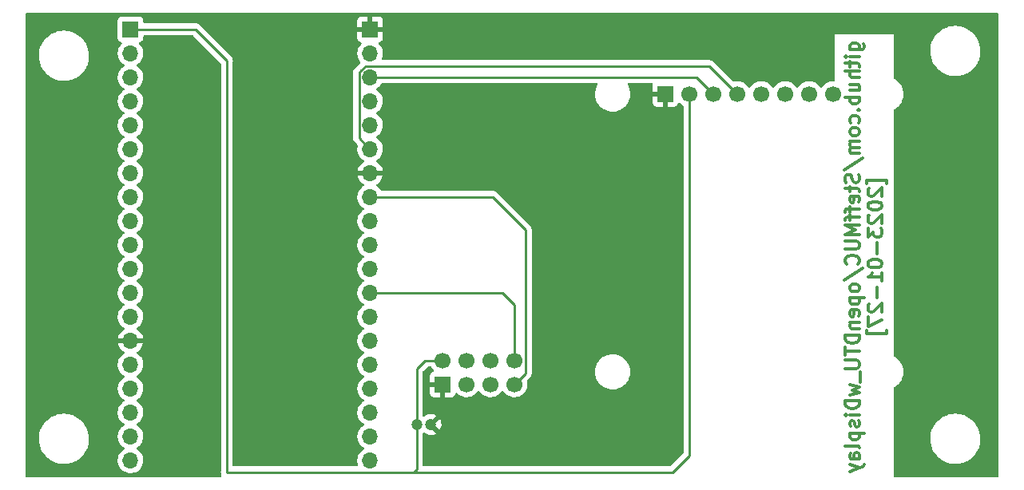
<source format=gbr>
%TF.GenerationSoftware,KiCad,Pcbnew,(6.0.10-0)*%
%TF.CreationDate,2023-01-27T21:32:13+01:00*%
%TF.ProjectId,openDTU_wDisplay,6f70656e-4454-4555-9f77-446973706c61,rev?*%
%TF.SameCoordinates,Original*%
%TF.FileFunction,Copper,L2,Bot*%
%TF.FilePolarity,Positive*%
%FSLAX46Y46*%
G04 Gerber Fmt 4.6, Leading zero omitted, Abs format (unit mm)*
G04 Created by KiCad (PCBNEW (6.0.10-0)) date 2023-01-27 21:32:13*
%MOMM*%
%LPD*%
G01*
G04 APERTURE LIST*
%ADD10C,0.300000*%
%TA.AperFunction,NonConductor*%
%ADD11C,0.300000*%
%TD*%
%TA.AperFunction,ComponentPad*%
%ADD12C,1.200000*%
%TD*%
%TA.AperFunction,ComponentPad*%
%ADD13R,1.700000X1.700000*%
%TD*%
%TA.AperFunction,ComponentPad*%
%ADD14C,1.700000*%
%TD*%
%TA.AperFunction,ComponentPad*%
%ADD15O,1.700000X1.700000*%
%TD*%
%TA.AperFunction,Conductor*%
%ADD16C,0.250000*%
%TD*%
G04 APERTURE END LIST*
D10*
D11*
X159507071Y-73031714D02*
X160721357Y-73031714D01*
X160864214Y-72960285D01*
X160935642Y-72888857D01*
X161007071Y-72746000D01*
X161007071Y-72531714D01*
X160935642Y-72388857D01*
X160435642Y-73031714D02*
X160507071Y-72888857D01*
X160507071Y-72603142D01*
X160435642Y-72460285D01*
X160364214Y-72388857D01*
X160221357Y-72317428D01*
X159792785Y-72317428D01*
X159649928Y-72388857D01*
X159578500Y-72460285D01*
X159507071Y-72603142D01*
X159507071Y-72888857D01*
X159578500Y-73031714D01*
X160507071Y-73746000D02*
X159507071Y-73746000D01*
X159007071Y-73746000D02*
X159078500Y-73674571D01*
X159149928Y-73746000D01*
X159078500Y-73817428D01*
X159007071Y-73746000D01*
X159149928Y-73746000D01*
X159507071Y-74246000D02*
X159507071Y-74817428D01*
X159007071Y-74460285D02*
X160292785Y-74460285D01*
X160435642Y-74531714D01*
X160507071Y-74674571D01*
X160507071Y-74817428D01*
X160507071Y-75317428D02*
X159007071Y-75317428D01*
X160507071Y-75960285D02*
X159721357Y-75960285D01*
X159578500Y-75888857D01*
X159507071Y-75746000D01*
X159507071Y-75531714D01*
X159578500Y-75388857D01*
X159649928Y-75317428D01*
X159507071Y-77317428D02*
X160507071Y-77317428D01*
X159507071Y-76674571D02*
X160292785Y-76674571D01*
X160435642Y-76746000D01*
X160507071Y-76888857D01*
X160507071Y-77103142D01*
X160435642Y-77246000D01*
X160364214Y-77317428D01*
X160507071Y-78031714D02*
X159007071Y-78031714D01*
X159578500Y-78031714D02*
X159507071Y-78174571D01*
X159507071Y-78460285D01*
X159578500Y-78603142D01*
X159649928Y-78674571D01*
X159792785Y-78746000D01*
X160221357Y-78746000D01*
X160364214Y-78674571D01*
X160435642Y-78603142D01*
X160507071Y-78460285D01*
X160507071Y-78174571D01*
X160435642Y-78031714D01*
X160364214Y-79388857D02*
X160435642Y-79460285D01*
X160507071Y-79388857D01*
X160435642Y-79317428D01*
X160364214Y-79388857D01*
X160507071Y-79388857D01*
X160435642Y-80746000D02*
X160507071Y-80603142D01*
X160507071Y-80317428D01*
X160435642Y-80174571D01*
X160364214Y-80103142D01*
X160221357Y-80031714D01*
X159792785Y-80031714D01*
X159649928Y-80103142D01*
X159578500Y-80174571D01*
X159507071Y-80317428D01*
X159507071Y-80603142D01*
X159578500Y-80746000D01*
X160507071Y-81603142D02*
X160435642Y-81460285D01*
X160364214Y-81388857D01*
X160221357Y-81317428D01*
X159792785Y-81317428D01*
X159649928Y-81388857D01*
X159578500Y-81460285D01*
X159507071Y-81603142D01*
X159507071Y-81817428D01*
X159578500Y-81960285D01*
X159649928Y-82031714D01*
X159792785Y-82103142D01*
X160221357Y-82103142D01*
X160364214Y-82031714D01*
X160435642Y-81960285D01*
X160507071Y-81817428D01*
X160507071Y-81603142D01*
X160507071Y-82746000D02*
X159507071Y-82746000D01*
X159649928Y-82746000D02*
X159578500Y-82817428D01*
X159507071Y-82960285D01*
X159507071Y-83174571D01*
X159578500Y-83317428D01*
X159721357Y-83388857D01*
X160507071Y-83388857D01*
X159721357Y-83388857D02*
X159578500Y-83460285D01*
X159507071Y-83603142D01*
X159507071Y-83817428D01*
X159578500Y-83960285D01*
X159721357Y-84031714D01*
X160507071Y-84031714D01*
X158935642Y-85817428D02*
X160864214Y-84531714D01*
X160435642Y-86246000D02*
X160507071Y-86460285D01*
X160507071Y-86817428D01*
X160435642Y-86960285D01*
X160364214Y-87031714D01*
X160221357Y-87103142D01*
X160078500Y-87103142D01*
X159935642Y-87031714D01*
X159864214Y-86960285D01*
X159792785Y-86817428D01*
X159721357Y-86531714D01*
X159649928Y-86388857D01*
X159578500Y-86317428D01*
X159435642Y-86246000D01*
X159292785Y-86246000D01*
X159149928Y-86317428D01*
X159078500Y-86388857D01*
X159007071Y-86531714D01*
X159007071Y-86888857D01*
X159078500Y-87103142D01*
X159507071Y-87531714D02*
X159507071Y-88103142D01*
X159007071Y-87746000D02*
X160292785Y-87746000D01*
X160435642Y-87817428D01*
X160507071Y-87960285D01*
X160507071Y-88103142D01*
X160435642Y-89174571D02*
X160507071Y-89031714D01*
X160507071Y-88746000D01*
X160435642Y-88603142D01*
X160292785Y-88531714D01*
X159721357Y-88531714D01*
X159578500Y-88603142D01*
X159507071Y-88746000D01*
X159507071Y-89031714D01*
X159578500Y-89174571D01*
X159721357Y-89246000D01*
X159864214Y-89246000D01*
X160007071Y-88531714D01*
X159507071Y-89674571D02*
X159507071Y-90246000D01*
X160507071Y-89888857D02*
X159221357Y-89888857D01*
X159078500Y-89960285D01*
X159007071Y-90103142D01*
X159007071Y-90246000D01*
X159507071Y-90531714D02*
X159507071Y-91103142D01*
X160507071Y-90746000D02*
X159221357Y-90746000D01*
X159078500Y-90817428D01*
X159007071Y-90960285D01*
X159007071Y-91103142D01*
X160507071Y-91603142D02*
X159007071Y-91603142D01*
X160078500Y-92103142D01*
X159007071Y-92603142D01*
X160507071Y-92603142D01*
X159007071Y-93317428D02*
X160221357Y-93317428D01*
X160364214Y-93388857D01*
X160435642Y-93460285D01*
X160507071Y-93603142D01*
X160507071Y-93888857D01*
X160435642Y-94031714D01*
X160364214Y-94103142D01*
X160221357Y-94174571D01*
X159007071Y-94174571D01*
X160364214Y-95746000D02*
X160435642Y-95674571D01*
X160507071Y-95460285D01*
X160507071Y-95317428D01*
X160435642Y-95103142D01*
X160292785Y-94960285D01*
X160149928Y-94888857D01*
X159864214Y-94817428D01*
X159649928Y-94817428D01*
X159364214Y-94888857D01*
X159221357Y-94960285D01*
X159078500Y-95103142D01*
X159007071Y-95317428D01*
X159007071Y-95460285D01*
X159078500Y-95674571D01*
X159149928Y-95746000D01*
X158935642Y-97460285D02*
X160864214Y-96174571D01*
X160507071Y-98174571D02*
X160435642Y-98031714D01*
X160364214Y-97960285D01*
X160221357Y-97888857D01*
X159792785Y-97888857D01*
X159649928Y-97960285D01*
X159578500Y-98031714D01*
X159507071Y-98174571D01*
X159507071Y-98388857D01*
X159578500Y-98531714D01*
X159649928Y-98603142D01*
X159792785Y-98674571D01*
X160221357Y-98674571D01*
X160364214Y-98603142D01*
X160435642Y-98531714D01*
X160507071Y-98388857D01*
X160507071Y-98174571D01*
X159507071Y-99317428D02*
X161007071Y-99317428D01*
X159578500Y-99317428D02*
X159507071Y-99460285D01*
X159507071Y-99746000D01*
X159578500Y-99888857D01*
X159649928Y-99960285D01*
X159792785Y-100031714D01*
X160221357Y-100031714D01*
X160364214Y-99960285D01*
X160435642Y-99888857D01*
X160507071Y-99746000D01*
X160507071Y-99460285D01*
X160435642Y-99317428D01*
X160435642Y-101246000D02*
X160507071Y-101103142D01*
X160507071Y-100817428D01*
X160435642Y-100674571D01*
X160292785Y-100603142D01*
X159721357Y-100603142D01*
X159578500Y-100674571D01*
X159507071Y-100817428D01*
X159507071Y-101103142D01*
X159578500Y-101246000D01*
X159721357Y-101317428D01*
X159864214Y-101317428D01*
X160007071Y-100603142D01*
X159507071Y-101960285D02*
X160507071Y-101960285D01*
X159649928Y-101960285D02*
X159578500Y-102031714D01*
X159507071Y-102174571D01*
X159507071Y-102388857D01*
X159578500Y-102531714D01*
X159721357Y-102603142D01*
X160507071Y-102603142D01*
X160507071Y-103317428D02*
X159007071Y-103317428D01*
X159007071Y-103674571D01*
X159078500Y-103888857D01*
X159221357Y-104031714D01*
X159364214Y-104103142D01*
X159649928Y-104174571D01*
X159864214Y-104174571D01*
X160149928Y-104103142D01*
X160292785Y-104031714D01*
X160435642Y-103888857D01*
X160507071Y-103674571D01*
X160507071Y-103317428D01*
X159007071Y-104603142D02*
X159007071Y-105460285D01*
X160507071Y-105031714D02*
X159007071Y-105031714D01*
X159007071Y-105960285D02*
X160221357Y-105960285D01*
X160364214Y-106031714D01*
X160435642Y-106103142D01*
X160507071Y-106246000D01*
X160507071Y-106531714D01*
X160435642Y-106674571D01*
X160364214Y-106746000D01*
X160221357Y-106817428D01*
X159007071Y-106817428D01*
X160649928Y-107174571D02*
X160649928Y-108317428D01*
X159507071Y-108531714D02*
X160507071Y-108817428D01*
X159792785Y-109103142D01*
X160507071Y-109388857D01*
X159507071Y-109674571D01*
X160507071Y-110246000D02*
X159007071Y-110246000D01*
X159007071Y-110603142D01*
X159078500Y-110817428D01*
X159221357Y-110960285D01*
X159364214Y-111031714D01*
X159649928Y-111103142D01*
X159864214Y-111103142D01*
X160149928Y-111031714D01*
X160292785Y-110960285D01*
X160435642Y-110817428D01*
X160507071Y-110603142D01*
X160507071Y-110246000D01*
X160507071Y-111746000D02*
X159507071Y-111746000D01*
X159007071Y-111746000D02*
X159078500Y-111674571D01*
X159149928Y-111746000D01*
X159078500Y-111817428D01*
X159007071Y-111746000D01*
X159149928Y-111746000D01*
X160435642Y-112388857D02*
X160507071Y-112531714D01*
X160507071Y-112817428D01*
X160435642Y-112960285D01*
X160292785Y-113031714D01*
X160221357Y-113031714D01*
X160078500Y-112960285D01*
X160007071Y-112817428D01*
X160007071Y-112603142D01*
X159935642Y-112460285D01*
X159792785Y-112388857D01*
X159721357Y-112388857D01*
X159578500Y-112460285D01*
X159507071Y-112603142D01*
X159507071Y-112817428D01*
X159578500Y-112960285D01*
X159507071Y-113674571D02*
X161007071Y-113674571D01*
X159578500Y-113674571D02*
X159507071Y-113817428D01*
X159507071Y-114103142D01*
X159578500Y-114246000D01*
X159649928Y-114317428D01*
X159792785Y-114388857D01*
X160221357Y-114388857D01*
X160364214Y-114317428D01*
X160435642Y-114246000D01*
X160507071Y-114103142D01*
X160507071Y-113817428D01*
X160435642Y-113674571D01*
X160507071Y-115246000D02*
X160435642Y-115103142D01*
X160292785Y-115031714D01*
X159007071Y-115031714D01*
X160507071Y-116460285D02*
X159721357Y-116460285D01*
X159578500Y-116388857D01*
X159507071Y-116246000D01*
X159507071Y-115960285D01*
X159578500Y-115817428D01*
X160435642Y-116460285D02*
X160507071Y-116317428D01*
X160507071Y-115960285D01*
X160435642Y-115817428D01*
X160292785Y-115746000D01*
X160149928Y-115746000D01*
X160007071Y-115817428D01*
X159935642Y-115960285D01*
X159935642Y-116317428D01*
X159864214Y-116460285D01*
X159507071Y-117031714D02*
X160507071Y-117388857D01*
X159507071Y-117746000D02*
X160507071Y-117388857D01*
X160864214Y-117246000D01*
X160935642Y-117174571D01*
X161007071Y-117031714D01*
X163422071Y-87210285D02*
X163422071Y-86853142D01*
X161279214Y-86853142D01*
X161279214Y-87210285D01*
X161564928Y-87710285D02*
X161493500Y-87781714D01*
X161422071Y-87924571D01*
X161422071Y-88281714D01*
X161493500Y-88424571D01*
X161564928Y-88496000D01*
X161707785Y-88567428D01*
X161850642Y-88567428D01*
X162064928Y-88496000D01*
X162922071Y-87638857D01*
X162922071Y-88567428D01*
X161422071Y-89496000D02*
X161422071Y-89638857D01*
X161493500Y-89781714D01*
X161564928Y-89853142D01*
X161707785Y-89924571D01*
X161993500Y-89996000D01*
X162350642Y-89996000D01*
X162636357Y-89924571D01*
X162779214Y-89853142D01*
X162850642Y-89781714D01*
X162922071Y-89638857D01*
X162922071Y-89496000D01*
X162850642Y-89353142D01*
X162779214Y-89281714D01*
X162636357Y-89210285D01*
X162350642Y-89138857D01*
X161993500Y-89138857D01*
X161707785Y-89210285D01*
X161564928Y-89281714D01*
X161493500Y-89353142D01*
X161422071Y-89496000D01*
X161564928Y-90567428D02*
X161493500Y-90638857D01*
X161422071Y-90781714D01*
X161422071Y-91138857D01*
X161493500Y-91281714D01*
X161564928Y-91353142D01*
X161707785Y-91424571D01*
X161850642Y-91424571D01*
X162064928Y-91353142D01*
X162922071Y-90496000D01*
X162922071Y-91424571D01*
X161422071Y-91924571D02*
X161422071Y-92853142D01*
X161993500Y-92353142D01*
X161993500Y-92567428D01*
X162064928Y-92710285D01*
X162136357Y-92781714D01*
X162279214Y-92853142D01*
X162636357Y-92853142D01*
X162779214Y-92781714D01*
X162850642Y-92710285D01*
X162922071Y-92567428D01*
X162922071Y-92138857D01*
X162850642Y-91996000D01*
X162779214Y-91924571D01*
X162350642Y-93496000D02*
X162350642Y-94638857D01*
X161422071Y-95638857D02*
X161422071Y-95781714D01*
X161493500Y-95924571D01*
X161564928Y-95996000D01*
X161707785Y-96067428D01*
X161993500Y-96138857D01*
X162350642Y-96138857D01*
X162636357Y-96067428D01*
X162779214Y-95996000D01*
X162850642Y-95924571D01*
X162922071Y-95781714D01*
X162922071Y-95638857D01*
X162850642Y-95496000D01*
X162779214Y-95424571D01*
X162636357Y-95353142D01*
X162350642Y-95281714D01*
X161993500Y-95281714D01*
X161707785Y-95353142D01*
X161564928Y-95424571D01*
X161493500Y-95496000D01*
X161422071Y-95638857D01*
X162922071Y-97567428D02*
X162922071Y-96710285D01*
X162922071Y-97138857D02*
X161422071Y-97138857D01*
X161636357Y-96996000D01*
X161779214Y-96853142D01*
X161850642Y-96710285D01*
X162350642Y-98210285D02*
X162350642Y-99353142D01*
X161564928Y-99996000D02*
X161493500Y-100067428D01*
X161422071Y-100210285D01*
X161422071Y-100567428D01*
X161493500Y-100710285D01*
X161564928Y-100781714D01*
X161707785Y-100853142D01*
X161850642Y-100853142D01*
X162064928Y-100781714D01*
X162922071Y-99924571D01*
X162922071Y-100853142D01*
X161422071Y-101353142D02*
X161422071Y-102353142D01*
X162922071Y-101710285D01*
X163422071Y-102781714D02*
X163422071Y-103138857D01*
X161279214Y-103138857D01*
X161279214Y-102781714D01*
D12*
%TO.P,C1,1*%
%TO.N,PWR3x3*%
X113598000Y-112776000D03*
%TO.P,C1,2*%
%TO.N,GND*%
X115098000Y-112776000D03*
%TD*%
D13*
%TO.P,NRF24L01+1,1,GND*%
%TO.N,GND*%
X116346000Y-108516000D03*
D14*
%TO.P,NRF24L01+1,2,VCC*%
%TO.N,PWR3x3*%
X116346000Y-105976000D03*
%TO.P,NRF24L01+1,3,CE*%
%TO.N,CE*%
X118886000Y-108516000D03*
%TO.P,NRF24L01+1,4,~{CSN}*%
%TO.N,~{CSN}*%
X118886000Y-105976000D03*
%TO.P,NRF24L01+1,5,SCK*%
%TO.N,SCK*%
X121426000Y-108516000D03*
%TO.P,NRF24L01+1,6,MOSI*%
%TO.N,MOSI*%
X121426000Y-105976000D03*
%TO.P,NRF24L01+1,7,MISO*%
%TO.N,MISO*%
X123966000Y-108516000D03*
%TO.P,NRF24L01+1,8,IRQ*%
%TO.N,IRQ*%
X123966000Y-105976000D03*
%TD*%
D13*
%TO.P,SSD1306,1,GND*%
%TO.N,GND*%
X139954000Y-77721000D03*
D14*
%TO.P,SSD1306,2,VCC*%
%TO.N,PWR3x3*%
X142494000Y-77721000D03*
%TO.P,SSD1306,3,SCL*%
%TO.N,SCL*%
X145034000Y-77721000D03*
%TO.P,SSD1306,4,SDA*%
%TO.N,SDA*%
X147574000Y-77721000D03*
%TO.P,SSD1306,5*%
%TO.N,N/C*%
X150114000Y-77721000D03*
%TO.P,SSD1306,6*%
X152654000Y-77721000D03*
%TO.P,SSD1306,7*%
X155194000Y-77721000D03*
%TO.P,SSD1306,8*%
X157734000Y-77721000D03*
%TD*%
D13*
%TO.P,ESP32NodeMCU1,1,3V3*%
%TO.N,PWR3x3*%
X83259500Y-70850000D03*
D15*
%TO.P,ESP32NodeMCU1,2,EN*%
%TO.N,unconnected-(ESP32NodeMCU1-Pad2)*%
X83259500Y-73390000D03*
%TO.P,ESP32NodeMCU1,3,SP*%
%TO.N,unconnected-(ESP32NodeMCU1-Pad3)*%
X83259500Y-75930000D03*
%TO.P,ESP32NodeMCU1,4,SN*%
%TO.N,unconnected-(ESP32NodeMCU1-Pad4)*%
X83259500Y-78470000D03*
%TO.P,ESP32NodeMCU1,5,G34*%
%TO.N,unconnected-(ESP32NodeMCU1-Pad5)*%
X83259500Y-81010000D03*
%TO.P,ESP32NodeMCU1,6,G35*%
%TO.N,unconnected-(ESP32NodeMCU1-Pad6)*%
X83259500Y-83550000D03*
%TO.P,ESP32NodeMCU1,7,G32*%
%TO.N,unconnected-(ESP32NodeMCU1-Pad7)*%
X83259500Y-86090000D03*
%TO.P,ESP32NodeMCU1,8,G33*%
%TO.N,unconnected-(ESP32NodeMCU1-Pad8)*%
X83259500Y-88630000D03*
%TO.P,ESP32NodeMCU1,9,G25*%
%TO.N,unconnected-(ESP32NodeMCU1-Pad9)*%
X83259500Y-91170000D03*
%TO.P,ESP32NodeMCU1,10,G26*%
%TO.N,unconnected-(ESP32NodeMCU1-Pad10)*%
X83259500Y-93710000D03*
%TO.P,ESP32NodeMCU1,11,G27*%
%TO.N,unconnected-(ESP32NodeMCU1-Pad11)*%
X83259500Y-96250000D03*
%TO.P,ESP32NodeMCU1,12,G14*%
%TO.N,unconnected-(ESP32NodeMCU1-Pad12)*%
X83259500Y-98790000D03*
%TO.P,ESP32NodeMCU1,13,G12*%
%TO.N,unconnected-(ESP32NodeMCU1-Pad13)*%
X83259500Y-101330000D03*
%TO.P,ESP32NodeMCU1,14,GND*%
%TO.N,GND*%
X83259500Y-103870000D03*
%TO.P,ESP32NodeMCU1,15,G13*%
%TO.N,unconnected-(ESP32NodeMCU1-Pad15)*%
X83259500Y-106410000D03*
%TO.P,ESP32NodeMCU1,16,SD2*%
%TO.N,unconnected-(ESP32NodeMCU1-Pad16)*%
X83259500Y-108950000D03*
%TO.P,ESP32NodeMCU1,17,SD3*%
%TO.N,unconnected-(ESP32NodeMCU1-Pad17)*%
X83259500Y-111490000D03*
%TO.P,ESP32NodeMCU1,18,CMD*%
%TO.N,unconnected-(ESP32NodeMCU1-Pad18)*%
X83259500Y-114030000D03*
%TO.P,ESP32NodeMCU1,19,5V*%
%TO.N,unconnected-(ESP32NodeMCU1-Pad19)*%
X83259500Y-116570000D03*
%TO.P,ESP32NodeMCU1,20,CLK*%
%TO.N,unconnected-(ESP32NodeMCU1-Pad20)*%
X108659500Y-116570000D03*
%TO.P,ESP32NodeMCU1,21,SD0*%
%TO.N,unconnected-(ESP32NodeMCU1-Pad21)*%
X108659500Y-114030000D03*
%TO.P,ESP32NodeMCU1,22,SD1*%
%TO.N,unconnected-(ESP32NodeMCU1-Pad22)*%
X108659500Y-111490000D03*
%TO.P,ESP32NodeMCU1,23,G15*%
%TO.N,unconnected-(ESP32NodeMCU1-Pad23)*%
X108659500Y-108950000D03*
%TO.P,ESP32NodeMCU1,24,G2*%
%TO.N,unconnected-(ESP32NodeMCU1-Pad24)*%
X108659500Y-106410000D03*
%TO.P,ESP32NodeMCU1,25,G0*%
%TO.N,unconnected-(ESP32NodeMCU1-Pad25)*%
X108659500Y-103870000D03*
%TO.P,ESP32NodeMCU1,26,G4*%
%TO.N,CE*%
X108659500Y-101330000D03*
%TO.P,ESP32NodeMCU1,27,G16*%
%TO.N,IRQ*%
X108659500Y-98790000D03*
%TO.P,ESP32NodeMCU1,28,G17*%
%TO.N,unconnected-(ESP32NodeMCU1-Pad28)*%
X108659500Y-96250000D03*
%TO.P,ESP32NodeMCU1,29,G5*%
%TO.N,~{CSN}*%
X108659500Y-93710000D03*
%TO.P,ESP32NodeMCU1,30,G18*%
%TO.N,SCK*%
X108659500Y-91170000D03*
%TO.P,ESP32NodeMCU1,31,G19*%
%TO.N,MISO*%
X108659500Y-88630000D03*
%TO.P,ESP32NodeMCU1,32,GND*%
%TO.N,GND*%
X108659500Y-86090000D03*
%TO.P,ESP32NodeMCU1,33,G21*%
%TO.N,SDA*%
X108659500Y-83550000D03*
%TO.P,ESP32NodeMCU1,34,RXD*%
%TO.N,unconnected-(ESP32NodeMCU1-Pad34)*%
X108659500Y-81010000D03*
%TO.P,ESP32NodeMCU1,35,TXD*%
%TO.N,unconnected-(ESP32NodeMCU1-Pad35)*%
X108659500Y-78470000D03*
%TO.P,ESP32NodeMCU1,36,G22*%
%TO.N,SCL*%
X108659500Y-75930000D03*
%TO.P,ESP32NodeMCU1,37,G23*%
%TO.N,MOSI*%
X108659500Y-73390000D03*
D13*
%TO.P,ESP32NodeMCU1,38,GND*%
%TO.N,GND*%
X108659500Y-70850000D03*
%TD*%
D16*
%TO.N,PWR3x3*%
X113598000Y-106874000D02*
X114496000Y-105976000D01*
X93472000Y-117856000D02*
X112776000Y-117856000D01*
X93472000Y-74168000D02*
X93472000Y-117856000D01*
X83259500Y-70850000D02*
X90154000Y-70850000D01*
X113598000Y-117542000D02*
X113598000Y-112776000D01*
X114496000Y-105976000D02*
X116346000Y-105976000D01*
X142494000Y-116078000D02*
X142494000Y-77721000D01*
X112776000Y-117856000D02*
X113284000Y-117856000D01*
X140716000Y-117856000D02*
X142494000Y-116078000D01*
X113598000Y-112776000D02*
X113598000Y-106874000D01*
X112776000Y-117856000D02*
X140716000Y-117856000D01*
X113284000Y-117856000D02*
X113598000Y-117542000D01*
X90154000Y-70850000D02*
X93472000Y-74168000D01*
%TO.N,SCL*%
X143243000Y-75930000D02*
X108659500Y-75930000D01*
X145034000Y-77721000D02*
X143243000Y-75930000D01*
%TO.N,SDA*%
X107484500Y-82375000D02*
X108659500Y-83550000D01*
X147574000Y-77721000D02*
X144608000Y-74755000D01*
X144608000Y-74755000D02*
X108172800Y-74755000D01*
X107719900Y-75207900D02*
X107484500Y-75443299D01*
X108172800Y-74755000D02*
X107719900Y-75207900D01*
X107484500Y-75443299D02*
X107484500Y-82375000D01*
X108172799Y-74755000D02*
X107719900Y-75207900D01*
%TO.N,IRQ*%
X108659500Y-98790000D02*
X122666000Y-98790000D01*
X123966000Y-100090000D02*
X123966000Y-105976000D01*
X122666000Y-98790000D02*
X123966000Y-100090000D01*
%TO.N,MISO*%
X125141000Y-107341000D02*
X123966000Y-108516000D01*
X108659500Y-88630000D02*
X121650000Y-88630000D01*
X125141000Y-92121000D02*
X125141000Y-107341000D01*
X121650000Y-88630000D02*
X125141000Y-92121000D01*
%TD*%
%TA.AperFunction,Conductor*%
%TO.N,GND*%
G36*
X175201621Y-69108502D02*
G01*
X175248114Y-69162158D01*
X175259500Y-69214500D01*
X175259500Y-118237500D01*
X175239498Y-118305621D01*
X175185842Y-118352114D01*
X175133500Y-118363500D01*
X164310500Y-118363500D01*
X164242379Y-118343498D01*
X164195886Y-118289842D01*
X164184500Y-118237500D01*
X164184500Y-114346485D01*
X168024854Y-114346485D01*
X168025156Y-114350320D01*
X168048318Y-114644616D01*
X168050370Y-114670695D01*
X168115206Y-114989378D01*
X168218398Y-115297784D01*
X168220052Y-115301253D01*
X168220053Y-115301254D01*
X168225826Y-115313357D01*
X168358405Y-115591316D01*
X168533141Y-115865597D01*
X168535584Y-115868560D01*
X168535585Y-115868562D01*
X168721925Y-116094610D01*
X168740001Y-116116538D01*
X168975902Y-116340399D01*
X169237326Y-116533843D01*
X169310794Y-116575409D01*
X169517019Y-116692086D01*
X169517023Y-116692088D01*
X169520376Y-116693985D01*
X169820832Y-116818438D01*
X169924288Y-116847129D01*
X170130500Y-116904317D01*
X170130508Y-116904319D01*
X170134216Y-116905347D01*
X170455856Y-116953416D01*
X170459154Y-116953560D01*
X170570918Y-116958440D01*
X170570922Y-116958440D01*
X170572294Y-116958500D01*
X170770598Y-116958500D01*
X171012605Y-116943698D01*
X171016388Y-116942997D01*
X171016395Y-116942996D01*
X171216459Y-116905916D01*
X171332372Y-116884433D01*
X171541682Y-116818438D01*
X171638860Y-116787798D01*
X171638863Y-116787797D01*
X171642532Y-116786640D01*
X171646029Y-116785046D01*
X171646035Y-116785044D01*
X171934954Y-116653376D01*
X171934958Y-116653374D01*
X171938462Y-116651777D01*
X171941744Y-116649766D01*
X172212473Y-116483863D01*
X172212476Y-116483861D01*
X172215751Y-116481854D01*
X172218755Y-116479464D01*
X172218760Y-116479461D01*
X172378343Y-116352522D01*
X172470264Y-116279405D01*
X172472958Y-116276664D01*
X172472962Y-116276660D01*
X172695513Y-116050190D01*
X172695517Y-116050185D01*
X172698208Y-116047447D01*
X172896185Y-115789439D01*
X173061242Y-115509227D01*
X173190920Y-115210988D01*
X173193910Y-115200896D01*
X173257681Y-114985607D01*
X173283285Y-114899169D01*
X173336961Y-114578417D01*
X173351146Y-114253515D01*
X173333291Y-114026646D01*
X173325932Y-113933140D01*
X173325932Y-113933137D01*
X173325630Y-113929305D01*
X173260794Y-113610622D01*
X173157602Y-113302216D01*
X173017595Y-113008684D01*
X172980306Y-112950151D01*
X172908801Y-112837911D01*
X172842859Y-112734403D01*
X172840415Y-112731438D01*
X172638442Y-112486425D01*
X172638438Y-112486420D01*
X172635999Y-112483462D01*
X172400098Y-112259601D01*
X172138674Y-112066157D01*
X171933781Y-111950234D01*
X171858981Y-111907914D01*
X171858977Y-111907912D01*
X171855624Y-111906015D01*
X171838479Y-111898913D01*
X171599652Y-111799988D01*
X171555168Y-111781562D01*
X171451712Y-111752871D01*
X171245500Y-111695683D01*
X171245492Y-111695681D01*
X171241784Y-111694653D01*
X170920144Y-111646584D01*
X170916846Y-111646440D01*
X170805082Y-111641560D01*
X170805078Y-111641560D01*
X170803706Y-111641500D01*
X170605402Y-111641500D01*
X170363395Y-111656302D01*
X170359612Y-111657003D01*
X170359605Y-111657004D01*
X170237069Y-111679715D01*
X170043628Y-111715567D01*
X169872089Y-111769653D01*
X169737140Y-111812202D01*
X169737137Y-111812203D01*
X169733468Y-111813360D01*
X169729971Y-111814954D01*
X169729965Y-111814956D01*
X169441046Y-111946624D01*
X169441042Y-111946626D01*
X169437538Y-111948223D01*
X169434259Y-111950233D01*
X169434256Y-111950234D01*
X169190140Y-112099829D01*
X169160249Y-112118146D01*
X169157245Y-112120536D01*
X169157240Y-112120539D01*
X169073137Y-112187438D01*
X168905736Y-112320595D01*
X168903042Y-112323336D01*
X168903038Y-112323340D01*
X168680487Y-112549810D01*
X168680483Y-112549815D01*
X168677792Y-112552553D01*
X168575766Y-112685516D01*
X168498984Y-112785580D01*
X168479815Y-112810561D01*
X168394291Y-112955753D01*
X168347091Y-113035883D01*
X168314758Y-113090773D01*
X168185080Y-113389012D01*
X168183986Y-113392706D01*
X168183984Y-113392711D01*
X168153898Y-113494282D01*
X168092715Y-113700831D01*
X168039039Y-114021583D01*
X168024854Y-114346485D01*
X164184500Y-114346485D01*
X164184500Y-108906120D01*
X164204502Y-108837999D01*
X164249318Y-108795971D01*
X164338375Y-108746504D01*
X164338376Y-108746503D01*
X164342368Y-108744286D01*
X164556773Y-108580657D01*
X164620254Y-108515720D01*
X164742117Y-108391060D01*
X164745312Y-108387792D01*
X164904034Y-108169730D01*
X164987190Y-108011676D01*
X165027490Y-107935079D01*
X165027493Y-107935073D01*
X165029615Y-107931039D01*
X165050521Y-107871840D01*
X165117902Y-107681033D01*
X165117902Y-107681032D01*
X165119425Y-107676720D01*
X165149658Y-107523327D01*
X165170700Y-107416572D01*
X165170701Y-107416566D01*
X165171581Y-107412100D01*
X165172145Y-107400776D01*
X165184764Y-107147292D01*
X165184764Y-107147286D01*
X165184991Y-107142723D01*
X165159375Y-106874231D01*
X165156661Y-106863137D01*
X165096355Y-106616688D01*
X165095269Y-106612250D01*
X164994015Y-106362267D01*
X164872404Y-106154570D01*
X164860045Y-106133463D01*
X164860044Y-106133462D01*
X164857735Y-106129518D01*
X164739928Y-105982208D01*
X164692136Y-105922447D01*
X164692135Y-105922445D01*
X164689284Y-105918881D01*
X164492191Y-105734766D01*
X164270584Y-105581032D01*
X164254379Y-105572970D01*
X164202298Y-105524721D01*
X164184500Y-105460159D01*
X164184500Y-79442120D01*
X164204502Y-79373999D01*
X164249318Y-79331971D01*
X164338375Y-79282504D01*
X164338376Y-79282503D01*
X164342368Y-79280286D01*
X164556773Y-79116657D01*
X164569003Y-79104147D01*
X164729965Y-78939491D01*
X164745312Y-78923792D01*
X164904034Y-78705730D01*
X164987190Y-78547676D01*
X165027490Y-78471079D01*
X165027493Y-78471073D01*
X165029615Y-78467039D01*
X165042144Y-78431562D01*
X165117902Y-78217033D01*
X165117902Y-78217032D01*
X165119425Y-78212720D01*
X165155090Y-78031769D01*
X165170700Y-77952572D01*
X165170701Y-77952566D01*
X165171581Y-77948100D01*
X165177431Y-77830590D01*
X165184764Y-77683292D01*
X165184764Y-77683286D01*
X165184991Y-77678723D01*
X165159375Y-77410231D01*
X165141652Y-77337800D01*
X165096355Y-77152688D01*
X165095269Y-77148250D01*
X164994015Y-76898267D01*
X164857735Y-76665518D01*
X164706103Y-76475912D01*
X164692136Y-76458447D01*
X164692135Y-76458445D01*
X164689284Y-76454881D01*
X164492191Y-76270766D01*
X164270584Y-76117032D01*
X164254379Y-76108970D01*
X164202298Y-76060721D01*
X164184500Y-75996159D01*
X164184500Y-73198485D01*
X168024854Y-73198485D01*
X168025156Y-73202320D01*
X168045429Y-73459908D01*
X168050370Y-73522695D01*
X168115206Y-73841378D01*
X168218398Y-74149784D01*
X168220052Y-74153253D01*
X168220053Y-74153254D01*
X168260672Y-74238414D01*
X168358405Y-74443316D01*
X168533141Y-74717597D01*
X168535584Y-74720560D01*
X168535585Y-74720562D01*
X168730551Y-74957074D01*
X168740001Y-74968538D01*
X168975902Y-75192399D01*
X169237326Y-75385843D01*
X169358871Y-75454610D01*
X169517019Y-75544086D01*
X169517023Y-75544088D01*
X169520376Y-75545985D01*
X169820832Y-75670438D01*
X169919316Y-75697750D01*
X170130500Y-75756317D01*
X170130508Y-75756319D01*
X170134216Y-75757347D01*
X170455856Y-75805416D01*
X170459154Y-75805560D01*
X170570918Y-75810440D01*
X170570922Y-75810440D01*
X170572294Y-75810500D01*
X170770598Y-75810500D01*
X171012605Y-75795698D01*
X171016388Y-75794997D01*
X171016395Y-75794996D01*
X171216459Y-75757916D01*
X171332372Y-75736433D01*
X171541682Y-75670438D01*
X171638860Y-75639798D01*
X171638863Y-75639797D01*
X171642532Y-75638640D01*
X171646029Y-75637046D01*
X171646035Y-75637044D01*
X171934954Y-75505376D01*
X171934958Y-75505374D01*
X171938462Y-75503777D01*
X171951610Y-75495720D01*
X172212473Y-75335863D01*
X172212476Y-75335861D01*
X172215751Y-75333854D01*
X172218755Y-75331464D01*
X172218760Y-75331461D01*
X172364022Y-75215914D01*
X172470264Y-75131405D01*
X172472958Y-75128664D01*
X172472962Y-75128660D01*
X172695513Y-74902190D01*
X172695517Y-74902185D01*
X172698208Y-74899447D01*
X172861503Y-74686638D01*
X172893835Y-74644502D01*
X172893837Y-74644498D01*
X172896185Y-74641439D01*
X173022720Y-74426625D01*
X173059289Y-74364543D01*
X173059291Y-74364540D01*
X173061242Y-74361227D01*
X173190920Y-74062988D01*
X173195407Y-74047842D01*
X173250934Y-73860383D01*
X173283285Y-73751169D01*
X173336961Y-73430417D01*
X173351146Y-73105515D01*
X173336121Y-72914610D01*
X173325932Y-72785140D01*
X173325932Y-72785137D01*
X173325630Y-72781305D01*
X173260794Y-72462622D01*
X173157602Y-72154216D01*
X173155885Y-72150615D01*
X173019249Y-71864152D01*
X173017595Y-71860684D01*
X173006624Y-71843462D01*
X172943685Y-71744669D01*
X172842859Y-71586403D01*
X172805744Y-71541379D01*
X172638442Y-71338425D01*
X172638438Y-71338420D01*
X172635999Y-71335462D01*
X172400098Y-71111601D01*
X172395874Y-71108475D01*
X172382674Y-71098708D01*
X172138674Y-70918157D01*
X171933781Y-70802234D01*
X171858981Y-70759914D01*
X171858977Y-70759912D01*
X171855624Y-70758015D01*
X171555168Y-70633562D01*
X171419724Y-70596000D01*
X171245500Y-70547683D01*
X171245492Y-70547681D01*
X171241784Y-70546653D01*
X170920144Y-70498584D01*
X170916846Y-70498440D01*
X170805082Y-70493560D01*
X170805078Y-70493560D01*
X170803706Y-70493500D01*
X170605402Y-70493500D01*
X170363395Y-70508302D01*
X170359612Y-70509003D01*
X170359605Y-70509004D01*
X170203511Y-70537935D01*
X170043628Y-70567567D01*
X169859058Y-70625762D01*
X169737140Y-70664202D01*
X169737137Y-70664203D01*
X169733468Y-70665360D01*
X169729971Y-70666954D01*
X169729965Y-70666956D01*
X169441046Y-70798624D01*
X169441042Y-70798626D01*
X169437538Y-70800223D01*
X169160249Y-70970146D01*
X169157245Y-70972536D01*
X169157240Y-70972539D01*
X169054009Y-71054653D01*
X168905736Y-71172595D01*
X168903042Y-71175336D01*
X168903038Y-71175340D01*
X168680487Y-71401810D01*
X168680483Y-71401815D01*
X168677792Y-71404553D01*
X168479815Y-71662561D01*
X168371511Y-71846425D01*
X168317395Y-71938297D01*
X168314758Y-71942773D01*
X168185080Y-72241012D01*
X168183986Y-72244706D01*
X168183984Y-72244711D01*
X168166616Y-72303345D01*
X168092715Y-72552831D01*
X168039039Y-72873583D01*
X168024854Y-73198485D01*
X164184500Y-73198485D01*
X164184500Y-71373214D01*
X157887500Y-71373214D01*
X157887500Y-76236653D01*
X157867498Y-76304774D01*
X157813842Y-76351267D01*
X157759961Y-76362644D01*
X157712694Y-76362066D01*
X157644080Y-76361228D01*
X157644078Y-76361228D01*
X157638911Y-76361165D01*
X157418091Y-76394955D01*
X157205756Y-76464357D01*
X157007607Y-76567507D01*
X157003474Y-76570610D01*
X157003471Y-76570612D01*
X156833100Y-76698530D01*
X156828965Y-76701635D01*
X156674629Y-76863138D01*
X156567201Y-77020621D01*
X156512293Y-77065621D01*
X156441768Y-77073792D01*
X156378021Y-77042538D01*
X156357324Y-77018054D01*
X156276822Y-76893617D01*
X156276820Y-76893614D01*
X156274014Y-76889277D01*
X156123670Y-76724051D01*
X156119619Y-76720852D01*
X156119615Y-76720848D01*
X155952414Y-76588800D01*
X155952410Y-76588798D01*
X155948359Y-76585598D01*
X155752789Y-76477638D01*
X155747920Y-76475914D01*
X155747916Y-76475912D01*
X155547087Y-76404795D01*
X155547083Y-76404794D01*
X155542212Y-76403069D01*
X155537119Y-76402162D01*
X155537116Y-76402161D01*
X155327373Y-76364800D01*
X155327367Y-76364799D01*
X155322284Y-76363894D01*
X155248452Y-76362992D01*
X155104081Y-76361228D01*
X155104079Y-76361228D01*
X155098911Y-76361165D01*
X154878091Y-76394955D01*
X154665756Y-76464357D01*
X154467607Y-76567507D01*
X154463474Y-76570610D01*
X154463471Y-76570612D01*
X154293100Y-76698530D01*
X154288965Y-76701635D01*
X154134629Y-76863138D01*
X154027201Y-77020621D01*
X153972293Y-77065621D01*
X153901768Y-77073792D01*
X153838021Y-77042538D01*
X153817324Y-77018054D01*
X153736822Y-76893617D01*
X153736820Y-76893614D01*
X153734014Y-76889277D01*
X153583670Y-76724051D01*
X153579619Y-76720852D01*
X153579615Y-76720848D01*
X153412414Y-76588800D01*
X153412410Y-76588798D01*
X153408359Y-76585598D01*
X153212789Y-76477638D01*
X153207920Y-76475914D01*
X153207916Y-76475912D01*
X153007087Y-76404795D01*
X153007083Y-76404794D01*
X153002212Y-76403069D01*
X152997119Y-76402162D01*
X152997116Y-76402161D01*
X152787373Y-76364800D01*
X152787367Y-76364799D01*
X152782284Y-76363894D01*
X152708452Y-76362992D01*
X152564081Y-76361228D01*
X152564079Y-76361228D01*
X152558911Y-76361165D01*
X152338091Y-76394955D01*
X152125756Y-76464357D01*
X151927607Y-76567507D01*
X151923474Y-76570610D01*
X151923471Y-76570612D01*
X151753100Y-76698530D01*
X151748965Y-76701635D01*
X151594629Y-76863138D01*
X151487201Y-77020621D01*
X151432293Y-77065621D01*
X151361768Y-77073792D01*
X151298021Y-77042538D01*
X151277324Y-77018054D01*
X151196822Y-76893617D01*
X151196820Y-76893614D01*
X151194014Y-76889277D01*
X151043670Y-76724051D01*
X151039619Y-76720852D01*
X151039615Y-76720848D01*
X150872414Y-76588800D01*
X150872410Y-76588798D01*
X150868359Y-76585598D01*
X150672789Y-76477638D01*
X150667920Y-76475914D01*
X150667916Y-76475912D01*
X150467087Y-76404795D01*
X150467083Y-76404794D01*
X150462212Y-76403069D01*
X150457119Y-76402162D01*
X150457116Y-76402161D01*
X150247373Y-76364800D01*
X150247367Y-76364799D01*
X150242284Y-76363894D01*
X150168452Y-76362992D01*
X150024081Y-76361228D01*
X150024079Y-76361228D01*
X150018911Y-76361165D01*
X149798091Y-76394955D01*
X149585756Y-76464357D01*
X149387607Y-76567507D01*
X149383474Y-76570610D01*
X149383471Y-76570612D01*
X149213100Y-76698530D01*
X149208965Y-76701635D01*
X149054629Y-76863138D01*
X148947201Y-77020621D01*
X148892293Y-77065621D01*
X148821768Y-77073792D01*
X148758021Y-77042538D01*
X148737324Y-77018054D01*
X148656822Y-76893617D01*
X148656820Y-76893614D01*
X148654014Y-76889277D01*
X148503670Y-76724051D01*
X148499619Y-76720852D01*
X148499615Y-76720848D01*
X148332414Y-76588800D01*
X148332410Y-76588798D01*
X148328359Y-76585598D01*
X148132789Y-76477638D01*
X148127920Y-76475914D01*
X148127916Y-76475912D01*
X147927087Y-76404795D01*
X147927083Y-76404794D01*
X147922212Y-76403069D01*
X147917119Y-76402162D01*
X147917116Y-76402161D01*
X147707373Y-76364800D01*
X147707367Y-76364799D01*
X147702284Y-76363894D01*
X147628452Y-76362992D01*
X147484081Y-76361228D01*
X147484079Y-76361228D01*
X147478911Y-76361165D01*
X147258091Y-76394955D01*
X147245532Y-76399060D01*
X147174568Y-76401210D01*
X147117294Y-76368389D01*
X145111652Y-74362747D01*
X145104112Y-74354461D01*
X145100000Y-74347982D01*
X145050348Y-74301356D01*
X145047507Y-74298602D01*
X145027770Y-74278865D01*
X145024573Y-74276385D01*
X145015551Y-74268680D01*
X144983321Y-74238414D01*
X144976375Y-74234595D01*
X144976372Y-74234593D01*
X144965566Y-74228652D01*
X144949047Y-74217801D01*
X144948583Y-74217441D01*
X144933041Y-74205386D01*
X144925772Y-74202241D01*
X144925768Y-74202238D01*
X144892463Y-74187826D01*
X144881813Y-74182609D01*
X144843060Y-74161305D01*
X144823437Y-74156267D01*
X144804734Y-74149863D01*
X144793420Y-74144967D01*
X144793419Y-74144967D01*
X144786145Y-74141819D01*
X144778322Y-74140580D01*
X144778312Y-74140577D01*
X144742476Y-74134901D01*
X144730856Y-74132495D01*
X144695711Y-74123472D01*
X144695710Y-74123472D01*
X144688030Y-74121500D01*
X144667776Y-74121500D01*
X144648065Y-74119949D01*
X144635886Y-74118020D01*
X144628057Y-74116780D01*
X144620165Y-74117526D01*
X144584039Y-74120941D01*
X144572181Y-74121500D01*
X110016232Y-74121500D01*
X109948111Y-74101498D01*
X109901618Y-74047842D01*
X109891514Y-73977568D01*
X109903275Y-73939673D01*
X109915762Y-73914407D01*
X109926930Y-73891811D01*
X109961922Y-73776638D01*
X109990365Y-73683023D01*
X109990365Y-73683021D01*
X109991870Y-73678069D01*
X110021029Y-73456590D01*
X110021576Y-73434217D01*
X110022574Y-73393365D01*
X110022574Y-73393361D01*
X110022656Y-73390000D01*
X110004352Y-73167361D01*
X109949931Y-72950702D01*
X109860854Y-72745840D01*
X109739514Y-72558277D01*
X109736040Y-72554459D01*
X109736033Y-72554450D01*
X109591935Y-72396088D01*
X109560883Y-72332242D01*
X109569279Y-72261744D01*
X109614456Y-72206976D01*
X109640900Y-72193307D01*
X109747552Y-72153325D01*
X109763149Y-72144786D01*
X109865224Y-72068285D01*
X109877785Y-72055724D01*
X109954286Y-71953649D01*
X109962824Y-71938054D01*
X110007978Y-71817606D01*
X110011605Y-71802351D01*
X110017131Y-71751486D01*
X110017500Y-71744672D01*
X110017500Y-71122115D01*
X110013025Y-71106876D01*
X110011635Y-71105671D01*
X110003952Y-71104000D01*
X107319616Y-71104000D01*
X107304377Y-71108475D01*
X107303172Y-71109865D01*
X107301501Y-71117548D01*
X107301501Y-71744669D01*
X107301871Y-71751490D01*
X107307395Y-71802352D01*
X107311021Y-71817604D01*
X107356176Y-71938054D01*
X107364714Y-71953649D01*
X107441215Y-72055724D01*
X107453776Y-72068285D01*
X107555851Y-72144786D01*
X107571446Y-72153324D01*
X107680327Y-72194142D01*
X107737091Y-72236784D01*
X107761791Y-72303345D01*
X107746583Y-72372694D01*
X107727191Y-72399175D01*
X107670047Y-72458973D01*
X107600129Y-72532138D01*
X107474243Y-72716680D01*
X107380188Y-72919305D01*
X107320489Y-73134570D01*
X107296751Y-73356695D01*
X107297048Y-73361848D01*
X107297048Y-73361851D01*
X107302511Y-73456590D01*
X107309610Y-73579715D01*
X107310747Y-73584761D01*
X107310748Y-73584767D01*
X107316363Y-73609680D01*
X107358722Y-73797639D01*
X107442766Y-74004616D01*
X107463918Y-74039133D01*
X107535698Y-74156267D01*
X107559487Y-74195088D01*
X107562865Y-74198988D01*
X107562866Y-74198989D01*
X107611413Y-74255033D01*
X107640895Y-74319618D01*
X107630780Y-74389891D01*
X107605270Y-74426625D01*
X107246265Y-74785630D01*
X107092239Y-74939655D01*
X107083962Y-74947186D01*
X107077482Y-74951299D01*
X107072059Y-74957074D01*
X107030855Y-75000952D01*
X107028100Y-75003794D01*
X107008366Y-75023528D01*
X107005886Y-75026725D01*
X106998183Y-75035745D01*
X106967914Y-75067978D01*
X106964097Y-75074922D01*
X106964095Y-75074924D01*
X106958156Y-75085727D01*
X106947300Y-75102253D01*
X106939747Y-75111990D01*
X106939743Y-75111996D01*
X106934887Y-75118257D01*
X106931740Y-75125530D01*
X106931739Y-75125531D01*
X106917325Y-75158839D01*
X106912110Y-75169485D01*
X106890805Y-75208239D01*
X106888835Y-75215912D01*
X106888834Y-75215914D01*
X106885767Y-75227859D01*
X106879364Y-75246560D01*
X106874467Y-75257876D01*
X106874465Y-75257882D01*
X106871319Y-75265153D01*
X106867290Y-75290590D01*
X106864401Y-75308830D01*
X106861996Y-75320443D01*
X106851000Y-75363269D01*
X106851000Y-75383522D01*
X106849449Y-75403232D01*
X106846280Y-75423241D01*
X106847026Y-75431133D01*
X106850441Y-75467259D01*
X106851000Y-75479117D01*
X106851000Y-82296233D01*
X106850473Y-82307416D01*
X106848798Y-82314909D01*
X106849047Y-82322835D01*
X106849047Y-82322836D01*
X106850938Y-82382986D01*
X106851000Y-82386945D01*
X106851000Y-82414856D01*
X106851497Y-82418790D01*
X106851497Y-82418791D01*
X106851505Y-82418856D01*
X106852438Y-82430693D01*
X106853827Y-82474889D01*
X106859478Y-82494339D01*
X106863487Y-82513700D01*
X106866026Y-82533797D01*
X106868945Y-82541168D01*
X106868945Y-82541170D01*
X106882304Y-82574912D01*
X106886149Y-82586142D01*
X106898482Y-82628593D01*
X106902515Y-82635412D01*
X106902517Y-82635417D01*
X106908793Y-82646028D01*
X106917488Y-82663776D01*
X106924948Y-82682617D01*
X106929610Y-82689033D01*
X106929610Y-82689034D01*
X106950936Y-82718387D01*
X106957452Y-82728307D01*
X106979958Y-82766362D01*
X106994279Y-82780683D01*
X107007119Y-82795716D01*
X107019028Y-82812107D01*
X107025134Y-82817158D01*
X107053105Y-82840298D01*
X107061884Y-82848288D01*
X107309278Y-83095682D01*
X107343304Y-83157994D01*
X107341600Y-83218448D01*
X107320489Y-83294570D01*
X107319941Y-83299700D01*
X107319940Y-83299704D01*
X107316433Y-83332522D01*
X107296751Y-83516695D01*
X107297048Y-83521848D01*
X107297048Y-83521851D01*
X107302511Y-83616590D01*
X107309610Y-83739715D01*
X107310747Y-83744761D01*
X107310748Y-83744767D01*
X107330619Y-83832939D01*
X107358722Y-83957639D01*
X107442766Y-84164616D01*
X107559487Y-84355088D01*
X107705750Y-84523938D01*
X107877626Y-84666632D01*
X107950945Y-84709476D01*
X107951455Y-84709774D01*
X108000179Y-84761412D01*
X108013250Y-84831195D01*
X107986519Y-84896967D01*
X107946062Y-84930327D01*
X107937957Y-84934546D01*
X107929238Y-84940036D01*
X107758933Y-85067905D01*
X107751226Y-85074748D01*
X107604090Y-85228717D01*
X107597604Y-85236727D01*
X107477598Y-85412649D01*
X107472500Y-85421623D01*
X107382838Y-85614783D01*
X107379275Y-85624470D01*
X107323889Y-85824183D01*
X107325412Y-85832607D01*
X107337792Y-85836000D01*
X109977844Y-85836000D01*
X109991375Y-85832027D01*
X109992680Y-85822947D01*
X109950714Y-85655875D01*
X109947394Y-85646124D01*
X109862472Y-85450814D01*
X109857605Y-85441739D01*
X109741926Y-85262926D01*
X109735636Y-85254757D01*
X109592306Y-85097240D01*
X109584773Y-85090215D01*
X109417639Y-84958222D01*
X109409056Y-84952520D01*
X109372102Y-84932120D01*
X109322131Y-84881687D01*
X109307359Y-84812245D01*
X109332475Y-84745839D01*
X109359827Y-84719232D01*
X109383297Y-84702491D01*
X109539360Y-84591173D01*
X109697596Y-84433489D01*
X109757094Y-84350689D01*
X109824935Y-84256277D01*
X109827953Y-84252077D01*
X109926930Y-84051811D01*
X109991870Y-83838069D01*
X110021029Y-83616590D01*
X110022656Y-83550000D01*
X110004352Y-83327361D01*
X109949931Y-83110702D01*
X109860854Y-82905840D01*
X109739514Y-82718277D01*
X109589170Y-82553051D01*
X109585119Y-82549852D01*
X109585115Y-82549848D01*
X109417914Y-82417800D01*
X109417910Y-82417798D01*
X109413859Y-82414598D01*
X109372553Y-82391796D01*
X109322584Y-82341364D01*
X109307812Y-82271921D01*
X109332928Y-82205516D01*
X109360280Y-82178909D01*
X109404103Y-82147650D01*
X109539360Y-82051173D01*
X109697596Y-81893489D01*
X109757094Y-81810689D01*
X109824935Y-81716277D01*
X109827953Y-81712077D01*
X109926930Y-81511811D01*
X109991870Y-81298069D01*
X110021029Y-81076590D01*
X110022656Y-81010000D01*
X110004352Y-80787361D01*
X109949931Y-80570702D01*
X109860854Y-80365840D01*
X109739514Y-80178277D01*
X109589170Y-80013051D01*
X109585119Y-80009852D01*
X109585115Y-80009848D01*
X109417914Y-79877800D01*
X109417910Y-79877798D01*
X109413859Y-79874598D01*
X109372553Y-79851796D01*
X109322584Y-79801364D01*
X109307812Y-79731921D01*
X109332928Y-79665516D01*
X109360280Y-79638909D01*
X109404103Y-79607650D01*
X109539360Y-79511173D01*
X109543743Y-79506806D01*
X109639633Y-79411250D01*
X109697596Y-79353489D01*
X109716630Y-79327001D01*
X109824935Y-79176277D01*
X109827953Y-79172077D01*
X109834184Y-79159471D01*
X109924636Y-78976453D01*
X109924637Y-78976451D01*
X109926930Y-78971811D01*
X109991870Y-78758069D01*
X110021029Y-78536590D01*
X110022656Y-78470000D01*
X110004352Y-78247361D01*
X109949931Y-78030702D01*
X109860854Y-77825840D01*
X109765680Y-77678723D01*
X109742322Y-77642617D01*
X109742320Y-77642614D01*
X109739514Y-77638277D01*
X109589170Y-77473051D01*
X109585119Y-77469852D01*
X109585115Y-77469848D01*
X109417914Y-77337800D01*
X109417910Y-77337798D01*
X109413859Y-77334598D01*
X109372553Y-77311796D01*
X109322584Y-77261364D01*
X109307812Y-77191921D01*
X109332928Y-77125516D01*
X109360280Y-77098909D01*
X109406948Y-77065621D01*
X109539360Y-76971173D01*
X109617188Y-76893617D01*
X109693935Y-76817137D01*
X109697596Y-76813489D01*
X109757094Y-76730689D01*
X109824935Y-76636277D01*
X109827953Y-76632077D01*
X109830246Y-76627437D01*
X109831946Y-76624608D01*
X109884174Y-76576518D01*
X109939951Y-76563500D01*
X132666198Y-76563500D01*
X132734319Y-76583502D01*
X132780812Y-76637158D01*
X132790916Y-76707432D01*
X132777706Y-76748167D01*
X132660515Y-76970910D01*
X132660509Y-76970925D01*
X132658385Y-76974961D01*
X132656865Y-76979266D01*
X132656863Y-76979270D01*
X132578280Y-77201797D01*
X132568575Y-77229280D01*
X132559235Y-77276669D01*
X132517779Y-77487002D01*
X132516419Y-77493900D01*
X132516192Y-77498453D01*
X132516192Y-77498456D01*
X132506772Y-77687695D01*
X132503009Y-77763277D01*
X132528625Y-78031769D01*
X132529710Y-78036203D01*
X132529711Y-78036209D01*
X132581380Y-78247361D01*
X132592731Y-78293750D01*
X132693985Y-78543733D01*
X132830265Y-78776482D01*
X132914990Y-78882425D01*
X132967217Y-78947731D01*
X132998716Y-78987119D01*
X133195809Y-79171234D01*
X133417416Y-79324968D01*
X133421499Y-79326999D01*
X133421502Y-79327001D01*
X133503862Y-79367974D01*
X133658894Y-79445101D01*
X133663228Y-79446522D01*
X133663231Y-79446523D01*
X133910853Y-79527698D01*
X133910859Y-79527699D01*
X133915186Y-79529118D01*
X133919677Y-79529898D01*
X133919678Y-79529898D01*
X134177140Y-79574601D01*
X134177148Y-79574602D01*
X134180921Y-79575257D01*
X134184758Y-79575448D01*
X134264578Y-79579422D01*
X134264586Y-79579422D01*
X134266149Y-79579500D01*
X134434512Y-79579500D01*
X134436780Y-79579335D01*
X134436792Y-79579335D01*
X134567884Y-79569823D01*
X134635004Y-79564953D01*
X134639459Y-79563969D01*
X134639462Y-79563969D01*
X134893912Y-79507791D01*
X134893916Y-79507790D01*
X134898372Y-79506806D01*
X135055594Y-79447240D01*
X135146318Y-79412868D01*
X135146321Y-79412867D01*
X135150588Y-79411250D01*
X135386368Y-79280286D01*
X135600773Y-79116657D01*
X135613003Y-79104147D01*
X135773965Y-78939491D01*
X135789312Y-78923792D01*
X135948034Y-78705730D01*
X135995417Y-78615669D01*
X138596001Y-78615669D01*
X138596371Y-78622490D01*
X138601895Y-78673352D01*
X138605521Y-78688604D01*
X138650676Y-78809054D01*
X138659214Y-78824649D01*
X138735715Y-78926724D01*
X138748276Y-78939285D01*
X138850351Y-79015786D01*
X138865946Y-79024324D01*
X138986394Y-79069478D01*
X139001649Y-79073105D01*
X139052514Y-79078631D01*
X139059328Y-79079000D01*
X139681885Y-79079000D01*
X139697124Y-79074525D01*
X139698329Y-79073135D01*
X139700000Y-79065452D01*
X139700000Y-77993115D01*
X139695525Y-77977876D01*
X139694135Y-77976671D01*
X139686452Y-77975000D01*
X138614116Y-77975000D01*
X138598877Y-77979475D01*
X138597672Y-77980865D01*
X138596001Y-77988548D01*
X138596001Y-78615669D01*
X135995417Y-78615669D01*
X136031190Y-78547676D01*
X136071490Y-78471079D01*
X136071493Y-78471073D01*
X136073615Y-78467039D01*
X136086144Y-78431562D01*
X136161902Y-78217033D01*
X136161902Y-78217032D01*
X136163425Y-78212720D01*
X136199090Y-78031769D01*
X136214700Y-77952572D01*
X136214701Y-77952566D01*
X136215581Y-77948100D01*
X136221431Y-77830590D01*
X136228764Y-77683292D01*
X136228764Y-77683286D01*
X136228991Y-77678723D01*
X136203375Y-77410231D01*
X136185652Y-77337800D01*
X136140355Y-77152688D01*
X136139269Y-77148250D01*
X136038015Y-76898267D01*
X135953053Y-76753163D01*
X135935894Y-76684274D01*
X135958705Y-76617041D01*
X136014243Y-76572814D01*
X136061786Y-76563500D01*
X138494912Y-76563500D01*
X138563033Y-76583502D01*
X138609526Y-76637158D01*
X138619630Y-76707432D01*
X138612893Y-76733732D01*
X138605522Y-76753393D01*
X138601895Y-76768649D01*
X138596369Y-76819514D01*
X138596000Y-76826328D01*
X138596000Y-77448885D01*
X138600475Y-77464124D01*
X138601865Y-77465329D01*
X138609548Y-77467000D01*
X140082000Y-77467000D01*
X140150121Y-77487002D01*
X140196614Y-77540658D01*
X140208000Y-77593000D01*
X140208000Y-79060884D01*
X140212475Y-79076123D01*
X140213865Y-79077328D01*
X140221548Y-79078999D01*
X140848669Y-79078999D01*
X140855490Y-79078629D01*
X140906352Y-79073105D01*
X140921604Y-79069479D01*
X141042054Y-79024324D01*
X141057649Y-79015786D01*
X141159724Y-78939285D01*
X141172285Y-78926724D01*
X141248786Y-78824649D01*
X141257324Y-78809054D01*
X141298225Y-78699952D01*
X141340867Y-78643188D01*
X141407428Y-78618488D01*
X141476777Y-78633696D01*
X141511444Y-78661684D01*
X141536865Y-78691031D01*
X141536869Y-78691035D01*
X141540250Y-78694938D01*
X141712126Y-78837632D01*
X141788781Y-78882425D01*
X141798070Y-78887853D01*
X141846794Y-78939491D01*
X141860500Y-78996641D01*
X141860500Y-115763406D01*
X141840498Y-115831527D01*
X141823595Y-115852501D01*
X140490500Y-117185595D01*
X140428188Y-117219621D01*
X140401405Y-117222500D01*
X114357500Y-117222500D01*
X114289379Y-117202498D01*
X114242886Y-117148842D01*
X114231500Y-117096500D01*
X114231500Y-113765428D01*
X114251502Y-113697307D01*
X114305158Y-113650814D01*
X114375432Y-113640710D01*
X114427502Y-113660663D01*
X114562239Y-113750691D01*
X114572349Y-113756181D01*
X114748835Y-113832005D01*
X114759778Y-113835560D01*
X114947120Y-113877952D01*
X114958530Y-113879454D01*
X115150469Y-113886995D01*
X115161951Y-113886393D01*
X115352045Y-113858832D01*
X115363240Y-113856144D01*
X115545131Y-113794400D01*
X115555628Y-113789726D01*
X115666032Y-113727898D01*
X115675895Y-113717821D01*
X115672939Y-113710149D01*
X114827885Y-112865095D01*
X114793859Y-112802783D01*
X114795694Y-112777132D01*
X115462408Y-112777132D01*
X115462539Y-112778966D01*
X115466790Y-112785580D01*
X116028239Y-113347028D01*
X116040614Y-113353785D01*
X116047194Y-113348859D01*
X116111726Y-113233628D01*
X116116400Y-113223131D01*
X116178144Y-113041240D01*
X116180832Y-113030045D01*
X116208689Y-112837911D01*
X116209319Y-112830528D01*
X116210650Y-112779704D01*
X116210407Y-112772305D01*
X116192643Y-112578975D01*
X116190545Y-112567654D01*
X116138408Y-112382791D01*
X116134283Y-112372044D01*
X116050163Y-112201465D01*
X116042869Y-112195990D01*
X116030449Y-112202762D01*
X115470021Y-112763189D01*
X115462408Y-112777132D01*
X114795694Y-112777132D01*
X114798924Y-112731968D01*
X114827885Y-112686905D01*
X115098000Y-112416790D01*
X115668281Y-111846508D01*
X115675041Y-111834128D01*
X115669011Y-111826073D01*
X115608061Y-111787616D01*
X115597813Y-111782395D01*
X115419401Y-111711216D01*
X115408373Y-111707949D01*
X115219982Y-111670476D01*
X115208535Y-111669273D01*
X115016477Y-111666759D01*
X115004997Y-111667662D01*
X114815697Y-111700190D01*
X114804577Y-111703170D01*
X114624366Y-111769653D01*
X114613988Y-111774603D01*
X114448912Y-111872813D01*
X114434925Y-111882975D01*
X114434038Y-111881754D01*
X114376175Y-111908597D01*
X114305842Y-111898913D01*
X114251910Y-111852741D01*
X114231500Y-111783989D01*
X114231500Y-109410669D01*
X114988001Y-109410669D01*
X114988371Y-109417490D01*
X114993895Y-109468352D01*
X114997521Y-109483604D01*
X115042676Y-109604054D01*
X115051214Y-109619649D01*
X115127715Y-109721724D01*
X115140276Y-109734285D01*
X115242351Y-109810786D01*
X115257946Y-109819324D01*
X115378394Y-109864478D01*
X115393649Y-109868105D01*
X115444514Y-109873631D01*
X115451328Y-109874000D01*
X116073885Y-109874000D01*
X116089124Y-109869525D01*
X116090329Y-109868135D01*
X116092000Y-109860452D01*
X116092000Y-108788115D01*
X116087525Y-108772876D01*
X116086135Y-108771671D01*
X116078452Y-108770000D01*
X115006116Y-108770000D01*
X114990877Y-108774475D01*
X114989672Y-108775865D01*
X114988001Y-108783548D01*
X114988001Y-109410669D01*
X114231500Y-109410669D01*
X114231500Y-107188595D01*
X114251502Y-107120474D01*
X114268405Y-107099499D01*
X114721501Y-106646404D01*
X114783813Y-106612379D01*
X114810596Y-106609500D01*
X115070274Y-106609500D01*
X115138395Y-106629502D01*
X115177707Y-106669665D01*
X115245987Y-106781088D01*
X115392250Y-106949938D01*
X115396225Y-106953238D01*
X115396231Y-106953244D01*
X115401425Y-106957556D01*
X115441059Y-107016460D01*
X115442555Y-107087441D01*
X115405439Y-107147962D01*
X115365168Y-107172480D01*
X115257946Y-107212676D01*
X115242351Y-107221214D01*
X115140276Y-107297715D01*
X115127715Y-107310276D01*
X115051214Y-107412351D01*
X115042676Y-107427946D01*
X114997522Y-107548394D01*
X114993895Y-107563649D01*
X114988369Y-107614514D01*
X114988000Y-107621328D01*
X114988000Y-108243885D01*
X114992475Y-108259124D01*
X114993865Y-108260329D01*
X115001548Y-108262000D01*
X116474000Y-108262000D01*
X116542121Y-108282002D01*
X116588614Y-108335658D01*
X116600000Y-108388000D01*
X116600000Y-109855884D01*
X116604475Y-109871123D01*
X116605865Y-109872328D01*
X116613548Y-109873999D01*
X117240669Y-109873999D01*
X117247490Y-109873629D01*
X117298352Y-109868105D01*
X117313604Y-109864479D01*
X117434054Y-109819324D01*
X117449649Y-109810786D01*
X117551724Y-109734285D01*
X117564285Y-109721724D01*
X117640786Y-109619649D01*
X117649324Y-109604054D01*
X117690225Y-109494952D01*
X117732867Y-109438188D01*
X117799428Y-109413488D01*
X117868777Y-109428696D01*
X117903444Y-109456684D01*
X117928865Y-109486031D01*
X117928869Y-109486035D01*
X117932250Y-109489938D01*
X118104126Y-109632632D01*
X118297000Y-109745338D01*
X118301825Y-109747180D01*
X118301826Y-109747181D01*
X118332751Y-109758990D01*
X118505692Y-109825030D01*
X118510760Y-109826061D01*
X118510763Y-109826062D01*
X118565199Y-109837137D01*
X118724597Y-109869567D01*
X118729772Y-109869757D01*
X118729774Y-109869757D01*
X118942673Y-109877564D01*
X118942677Y-109877564D01*
X118947837Y-109877753D01*
X118952957Y-109877097D01*
X118952959Y-109877097D01*
X119164288Y-109850025D01*
X119164289Y-109850025D01*
X119169416Y-109849368D01*
X119210184Y-109837137D01*
X119378429Y-109786661D01*
X119378434Y-109786659D01*
X119383384Y-109785174D01*
X119583994Y-109686896D01*
X119765860Y-109557173D01*
X119924096Y-109399489D01*
X120054453Y-109218077D01*
X120055776Y-109219028D01*
X120102645Y-109175857D01*
X120172580Y-109163625D01*
X120238026Y-109191144D01*
X120265875Y-109222994D01*
X120325987Y-109321088D01*
X120472250Y-109489938D01*
X120644126Y-109632632D01*
X120837000Y-109745338D01*
X120841825Y-109747180D01*
X120841826Y-109747181D01*
X120872751Y-109758990D01*
X121045692Y-109825030D01*
X121050760Y-109826061D01*
X121050763Y-109826062D01*
X121105199Y-109837137D01*
X121264597Y-109869567D01*
X121269772Y-109869757D01*
X121269774Y-109869757D01*
X121482673Y-109877564D01*
X121482677Y-109877564D01*
X121487837Y-109877753D01*
X121492957Y-109877097D01*
X121492959Y-109877097D01*
X121704288Y-109850025D01*
X121704289Y-109850025D01*
X121709416Y-109849368D01*
X121750184Y-109837137D01*
X121918429Y-109786661D01*
X121918434Y-109786659D01*
X121923384Y-109785174D01*
X122123994Y-109686896D01*
X122305860Y-109557173D01*
X122464096Y-109399489D01*
X122594453Y-109218077D01*
X122595776Y-109219028D01*
X122642645Y-109175857D01*
X122712580Y-109163625D01*
X122778026Y-109191144D01*
X122805875Y-109222994D01*
X122865987Y-109321088D01*
X123012250Y-109489938D01*
X123184126Y-109632632D01*
X123377000Y-109745338D01*
X123381825Y-109747180D01*
X123381826Y-109747181D01*
X123412751Y-109758990D01*
X123585692Y-109825030D01*
X123590760Y-109826061D01*
X123590763Y-109826062D01*
X123645199Y-109837137D01*
X123804597Y-109869567D01*
X123809772Y-109869757D01*
X123809774Y-109869757D01*
X124022673Y-109877564D01*
X124022677Y-109877564D01*
X124027837Y-109877753D01*
X124032957Y-109877097D01*
X124032959Y-109877097D01*
X124244288Y-109850025D01*
X124244289Y-109850025D01*
X124249416Y-109849368D01*
X124290184Y-109837137D01*
X124458429Y-109786661D01*
X124458434Y-109786659D01*
X124463384Y-109785174D01*
X124663994Y-109686896D01*
X124845860Y-109557173D01*
X125004096Y-109399489D01*
X125134453Y-109218077D01*
X125155320Y-109175857D01*
X125231136Y-109022453D01*
X125231137Y-109022451D01*
X125233430Y-109017811D01*
X125276252Y-108876868D01*
X125296865Y-108809023D01*
X125296865Y-108809021D01*
X125298370Y-108804069D01*
X125327529Y-108582590D01*
X125329156Y-108516000D01*
X125310852Y-108293361D01*
X125282821Y-108181766D01*
X125285625Y-108110825D01*
X125315930Y-108061975D01*
X125533253Y-107844652D01*
X125541539Y-107837112D01*
X125548018Y-107833000D01*
X125565299Y-107814598D01*
X125594643Y-107783349D01*
X125597398Y-107780507D01*
X125617135Y-107760770D01*
X125619615Y-107757573D01*
X125627320Y-107748551D01*
X125652159Y-107722100D01*
X125657586Y-107716321D01*
X125661405Y-107709375D01*
X125661407Y-107709372D01*
X125667348Y-107698566D01*
X125678199Y-107682047D01*
X125685758Y-107672301D01*
X125690614Y-107666041D01*
X125693759Y-107658772D01*
X125693762Y-107658768D01*
X125708174Y-107625463D01*
X125713391Y-107614813D01*
X125734695Y-107576060D01*
X125739733Y-107556437D01*
X125746137Y-107537734D01*
X125751033Y-107526420D01*
X125751033Y-107526419D01*
X125754181Y-107519145D01*
X125755420Y-107511322D01*
X125755423Y-107511312D01*
X125761099Y-107475476D01*
X125763505Y-107463856D01*
X125772528Y-107428711D01*
X125772528Y-107428710D01*
X125774500Y-107421030D01*
X125774500Y-107400776D01*
X125776051Y-107381065D01*
X125777980Y-107368886D01*
X125779220Y-107361057D01*
X125775059Y-107317038D01*
X125774500Y-107305181D01*
X125774500Y-107227277D01*
X132503009Y-107227277D01*
X132528625Y-107495769D01*
X132529710Y-107500203D01*
X132529711Y-107500209D01*
X132588721Y-107741364D01*
X132592731Y-107757750D01*
X132693985Y-108007733D01*
X132830265Y-108240482D01*
X132876681Y-108298522D01*
X132950686Y-108391060D01*
X132998716Y-108451119D01*
X133195809Y-108635234D01*
X133417416Y-108788968D01*
X133421499Y-108790999D01*
X133421502Y-108791001D01*
X133447770Y-108804069D01*
X133658894Y-108909101D01*
X133663228Y-108910522D01*
X133663231Y-108910523D01*
X133910853Y-108991698D01*
X133910859Y-108991699D01*
X133915186Y-108993118D01*
X133919677Y-108993898D01*
X133919678Y-108993898D01*
X134177140Y-109038601D01*
X134177148Y-109038602D01*
X134180921Y-109039257D01*
X134184758Y-109039448D01*
X134264578Y-109043422D01*
X134264586Y-109043422D01*
X134266149Y-109043500D01*
X134434512Y-109043500D01*
X134436780Y-109043335D01*
X134436792Y-109043335D01*
X134567884Y-109033823D01*
X134635004Y-109028953D01*
X134639459Y-109027969D01*
X134639462Y-109027969D01*
X134893912Y-108971791D01*
X134893916Y-108971790D01*
X134898372Y-108970806D01*
X135054744Y-108911562D01*
X135146318Y-108876868D01*
X135146321Y-108876867D01*
X135150588Y-108875250D01*
X135329515Y-108775865D01*
X135382375Y-108746504D01*
X135382376Y-108746503D01*
X135386368Y-108744286D01*
X135600773Y-108580657D01*
X135664254Y-108515720D01*
X135786117Y-108391060D01*
X135789312Y-108387792D01*
X135948034Y-108169730D01*
X136031190Y-108011676D01*
X136071490Y-107935079D01*
X136071493Y-107935073D01*
X136073615Y-107931039D01*
X136094521Y-107871840D01*
X136161902Y-107681033D01*
X136161902Y-107681032D01*
X136163425Y-107676720D01*
X136193658Y-107523327D01*
X136214700Y-107416572D01*
X136214701Y-107416566D01*
X136215581Y-107412100D01*
X136216145Y-107400776D01*
X136228764Y-107147292D01*
X136228764Y-107147286D01*
X136228991Y-107142723D01*
X136203375Y-106874231D01*
X136200661Y-106863137D01*
X136140355Y-106616688D01*
X136139269Y-106612250D01*
X136038015Y-106362267D01*
X135916404Y-106154570D01*
X135904045Y-106133463D01*
X135904044Y-106133462D01*
X135901735Y-106129518D01*
X135783928Y-105982208D01*
X135736136Y-105922447D01*
X135736135Y-105922445D01*
X135733284Y-105918881D01*
X135536191Y-105734766D01*
X135314584Y-105581032D01*
X135310501Y-105579001D01*
X135310498Y-105578999D01*
X135163500Y-105505869D01*
X135073106Y-105460899D01*
X135068772Y-105459478D01*
X135068769Y-105459477D01*
X134821147Y-105378302D01*
X134821141Y-105378301D01*
X134816814Y-105376882D01*
X134799075Y-105373802D01*
X134554860Y-105331399D01*
X134554852Y-105331398D01*
X134551079Y-105330743D01*
X134539817Y-105330182D01*
X134467422Y-105326578D01*
X134467414Y-105326578D01*
X134465851Y-105326500D01*
X134297488Y-105326500D01*
X134295220Y-105326665D01*
X134295208Y-105326665D01*
X134164116Y-105336177D01*
X134096996Y-105341047D01*
X134092541Y-105342031D01*
X134092538Y-105342031D01*
X133838088Y-105398209D01*
X133838084Y-105398210D01*
X133833628Y-105399194D01*
X133788087Y-105416448D01*
X133585682Y-105493132D01*
X133585679Y-105493133D01*
X133581412Y-105494750D01*
X133345632Y-105625714D01*
X133131227Y-105789343D01*
X132942688Y-105982208D01*
X132783966Y-106200270D01*
X132781844Y-106204304D01*
X132660510Y-106434921D01*
X132660507Y-106434927D01*
X132658385Y-106438961D01*
X132656865Y-106443266D01*
X132656863Y-106443270D01*
X132585129Y-106646404D01*
X132568575Y-106693280D01*
X132545058Y-106812596D01*
X132517337Y-106953244D01*
X132516419Y-106957900D01*
X132516192Y-106962453D01*
X132516192Y-106962456D01*
X132503311Y-107221214D01*
X132503009Y-107227277D01*
X125774500Y-107227277D01*
X125774500Y-92199768D01*
X125775027Y-92188585D01*
X125776702Y-92181092D01*
X125775412Y-92140031D01*
X125774562Y-92113002D01*
X125774500Y-92109044D01*
X125774500Y-92081144D01*
X125773996Y-92077153D01*
X125773063Y-92065311D01*
X125772692Y-92053489D01*
X125771674Y-92021111D01*
X125766021Y-92001652D01*
X125762012Y-91982293D01*
X125761595Y-91978990D01*
X125759474Y-91962203D01*
X125756558Y-91954837D01*
X125756556Y-91954831D01*
X125743200Y-91921098D01*
X125739355Y-91909868D01*
X125729230Y-91875017D01*
X125729230Y-91875016D01*
X125727019Y-91867407D01*
X125716705Y-91849966D01*
X125708008Y-91832213D01*
X125703472Y-91820758D01*
X125700552Y-91813383D01*
X125674563Y-91777612D01*
X125668047Y-91767692D01*
X125649578Y-91736463D01*
X125645542Y-91729638D01*
X125631221Y-91715317D01*
X125618380Y-91700283D01*
X125611131Y-91690306D01*
X125606472Y-91683893D01*
X125572395Y-91655702D01*
X125563616Y-91647712D01*
X122153652Y-88237747D01*
X122146112Y-88229461D01*
X122142000Y-88222982D01*
X122092348Y-88176356D01*
X122089507Y-88173602D01*
X122069770Y-88153865D01*
X122066573Y-88151385D01*
X122057551Y-88143680D01*
X122031100Y-88118841D01*
X122025321Y-88113414D01*
X122018375Y-88109595D01*
X122018372Y-88109593D01*
X122007566Y-88103652D01*
X121991047Y-88092801D01*
X121990583Y-88092441D01*
X121975041Y-88080386D01*
X121967772Y-88077241D01*
X121967768Y-88077238D01*
X121934463Y-88062826D01*
X121923813Y-88057609D01*
X121885060Y-88036305D01*
X121865437Y-88031267D01*
X121846734Y-88024863D01*
X121835420Y-88019967D01*
X121835419Y-88019967D01*
X121828145Y-88016819D01*
X121820322Y-88015580D01*
X121820312Y-88015577D01*
X121784476Y-88009901D01*
X121772856Y-88007495D01*
X121737711Y-87998472D01*
X121737710Y-87998472D01*
X121730030Y-87996500D01*
X121709776Y-87996500D01*
X121690065Y-87994949D01*
X121677886Y-87993020D01*
X121670057Y-87991780D01*
X121662165Y-87992526D01*
X121626039Y-87995941D01*
X121614181Y-87996500D01*
X109936305Y-87996500D01*
X109868184Y-87976498D01*
X109830513Y-87938940D01*
X109742322Y-87802617D01*
X109742320Y-87802614D01*
X109739514Y-87798277D01*
X109589170Y-87633051D01*
X109585119Y-87629852D01*
X109585115Y-87629848D01*
X109417914Y-87497800D01*
X109417910Y-87497798D01*
X109413859Y-87494598D01*
X109372069Y-87471529D01*
X109322098Y-87421097D01*
X109307326Y-87351654D01*
X109332442Y-87285248D01*
X109359794Y-87258641D01*
X109534828Y-87133792D01*
X109542700Y-87127139D01*
X109693552Y-86976812D01*
X109700230Y-86968965D01*
X109824503Y-86796020D01*
X109829813Y-86787183D01*
X109924170Y-86596267D01*
X109927969Y-86586672D01*
X109989877Y-86382910D01*
X109992055Y-86372837D01*
X109993486Y-86361962D01*
X109991275Y-86347778D01*
X109978117Y-86344000D01*
X107342725Y-86344000D01*
X107329194Y-86347973D01*
X107327757Y-86357966D01*
X107358065Y-86492446D01*
X107361145Y-86502275D01*
X107441270Y-86699603D01*
X107445913Y-86708794D01*
X107557194Y-86890388D01*
X107563277Y-86898699D01*
X107702713Y-87059667D01*
X107710080Y-87066883D01*
X107873934Y-87202916D01*
X107882381Y-87208831D01*
X107951469Y-87249203D01*
X108000193Y-87300842D01*
X108013264Y-87370625D01*
X107986533Y-87436396D01*
X107946084Y-87469752D01*
X107933107Y-87476507D01*
X107928974Y-87479610D01*
X107928971Y-87479612D01*
X107904747Y-87497800D01*
X107754465Y-87610635D01*
X107600129Y-87772138D01*
X107474243Y-87956680D01*
X107435511Y-88040121D01*
X107398971Y-88118841D01*
X107380188Y-88159305D01*
X107320489Y-88374570D01*
X107296751Y-88596695D01*
X107297048Y-88601848D01*
X107297048Y-88601851D01*
X107302511Y-88696590D01*
X107309610Y-88819715D01*
X107310747Y-88824761D01*
X107310748Y-88824767D01*
X107330619Y-88912939D01*
X107358722Y-89037639D01*
X107442766Y-89244616D01*
X107559487Y-89435088D01*
X107705750Y-89603938D01*
X107877626Y-89746632D01*
X107948095Y-89787811D01*
X107950945Y-89789476D01*
X107999669Y-89841114D01*
X108012740Y-89910897D01*
X107986009Y-89976669D01*
X107945555Y-90010027D01*
X107933107Y-90016507D01*
X107928974Y-90019610D01*
X107928971Y-90019612D01*
X107904747Y-90037800D01*
X107754465Y-90150635D01*
X107600129Y-90312138D01*
X107474243Y-90496680D01*
X107380188Y-90699305D01*
X107320489Y-90914570D01*
X107296751Y-91136695D01*
X107297048Y-91141848D01*
X107297048Y-91141851D01*
X107302511Y-91236590D01*
X107309610Y-91359715D01*
X107310747Y-91364761D01*
X107310748Y-91364767D01*
X107330619Y-91452939D01*
X107358722Y-91577639D01*
X107442766Y-91784616D01*
X107464914Y-91820758D01*
X107556411Y-91970068D01*
X107559487Y-91975088D01*
X107705750Y-92143938D01*
X107877626Y-92286632D01*
X107948095Y-92327811D01*
X107950945Y-92329476D01*
X107999669Y-92381114D01*
X108012740Y-92450897D01*
X107986009Y-92516669D01*
X107945555Y-92550027D01*
X107933107Y-92556507D01*
X107928974Y-92559610D01*
X107928971Y-92559612D01*
X107904747Y-92577800D01*
X107754465Y-92690635D01*
X107600129Y-92852138D01*
X107474243Y-93036680D01*
X107380188Y-93239305D01*
X107320489Y-93454570D01*
X107296751Y-93676695D01*
X107297048Y-93681848D01*
X107297048Y-93681851D01*
X107302511Y-93776590D01*
X107309610Y-93899715D01*
X107310747Y-93904761D01*
X107310748Y-93904767D01*
X107330619Y-93992939D01*
X107358722Y-94117639D01*
X107442766Y-94324616D01*
X107559487Y-94515088D01*
X107705750Y-94683938D01*
X107877626Y-94826632D01*
X107948095Y-94867811D01*
X107950945Y-94869476D01*
X107999669Y-94921114D01*
X108012740Y-94990897D01*
X107986009Y-95056669D01*
X107945555Y-95090027D01*
X107933107Y-95096507D01*
X107928974Y-95099610D01*
X107928971Y-95099612D01*
X107904747Y-95117800D01*
X107754465Y-95230635D01*
X107600129Y-95392138D01*
X107474243Y-95576680D01*
X107380188Y-95779305D01*
X107320489Y-95994570D01*
X107296751Y-96216695D01*
X107297048Y-96221848D01*
X107297048Y-96221851D01*
X107302511Y-96316590D01*
X107309610Y-96439715D01*
X107310747Y-96444761D01*
X107310748Y-96444767D01*
X107330619Y-96532939D01*
X107358722Y-96657639D01*
X107442766Y-96864616D01*
X107559487Y-97055088D01*
X107705750Y-97223938D01*
X107877626Y-97366632D01*
X107948095Y-97407811D01*
X107950945Y-97409476D01*
X107999669Y-97461114D01*
X108012740Y-97530897D01*
X107986009Y-97596669D01*
X107945555Y-97630027D01*
X107933107Y-97636507D01*
X107928974Y-97639610D01*
X107928971Y-97639612D01*
X107904747Y-97657800D01*
X107754465Y-97770635D01*
X107600129Y-97932138D01*
X107474243Y-98116680D01*
X107435511Y-98200121D01*
X107398971Y-98278841D01*
X107380188Y-98319305D01*
X107320489Y-98534570D01*
X107296751Y-98756695D01*
X107297048Y-98761848D01*
X107297048Y-98761851D01*
X107302511Y-98856590D01*
X107309610Y-98979715D01*
X107310747Y-98984761D01*
X107310748Y-98984767D01*
X107330619Y-99072939D01*
X107358722Y-99197639D01*
X107442766Y-99404616D01*
X107559487Y-99595088D01*
X107705750Y-99763938D01*
X107877626Y-99906632D01*
X107948095Y-99947811D01*
X107950945Y-99949476D01*
X107999669Y-100001114D01*
X108012740Y-100070897D01*
X107986009Y-100136669D01*
X107945555Y-100170027D01*
X107933107Y-100176507D01*
X107928974Y-100179610D01*
X107928971Y-100179612D01*
X107904747Y-100197800D01*
X107754465Y-100310635D01*
X107600129Y-100472138D01*
X107474243Y-100656680D01*
X107380188Y-100859305D01*
X107320489Y-101074570D01*
X107296751Y-101296695D01*
X107297048Y-101301848D01*
X107297048Y-101301851D01*
X107302511Y-101396590D01*
X107309610Y-101519715D01*
X107310747Y-101524761D01*
X107310748Y-101524767D01*
X107330619Y-101612939D01*
X107358722Y-101737639D01*
X107442766Y-101944616D01*
X107559487Y-102135088D01*
X107705750Y-102303938D01*
X107877626Y-102446632D01*
X107948095Y-102487811D01*
X107950945Y-102489476D01*
X107999669Y-102541114D01*
X108012740Y-102610897D01*
X107986009Y-102676669D01*
X107945555Y-102710027D01*
X107933107Y-102716507D01*
X107928974Y-102719610D01*
X107928971Y-102719612D01*
X107904747Y-102737800D01*
X107754465Y-102850635D01*
X107600129Y-103012138D01*
X107597215Y-103016410D01*
X107597214Y-103016411D01*
X107584904Y-103034457D01*
X107474243Y-103196680D01*
X107380188Y-103399305D01*
X107320489Y-103614570D01*
X107296751Y-103836695D01*
X107297048Y-103841848D01*
X107297048Y-103841851D01*
X107302511Y-103936590D01*
X107309610Y-104059715D01*
X107310747Y-104064761D01*
X107310748Y-104064767D01*
X107324097Y-104124000D01*
X107358722Y-104277639D01*
X107442766Y-104484616D01*
X107445465Y-104489020D01*
X107544086Y-104649955D01*
X107559487Y-104675088D01*
X107705750Y-104843938D01*
X107877626Y-104986632D01*
X107948095Y-105027811D01*
X107950945Y-105029476D01*
X107999669Y-105081114D01*
X108012740Y-105150897D01*
X107986009Y-105216669D01*
X107945555Y-105250027D01*
X107933107Y-105256507D01*
X107928974Y-105259610D01*
X107928971Y-105259612D01*
X107770891Y-105378302D01*
X107754465Y-105390635D01*
X107600129Y-105552138D01*
X107474243Y-105736680D01*
X107380188Y-105939305D01*
X107320489Y-106154570D01*
X107296751Y-106376695D01*
X107297048Y-106381848D01*
X107297048Y-106381851D01*
X107306683Y-106548959D01*
X107309610Y-106599715D01*
X107310747Y-106604761D01*
X107310748Y-106604767D01*
X107321200Y-106651144D01*
X107358722Y-106817639D01*
X107442766Y-107024616D01*
X107445465Y-107029020D01*
X107542345Y-107187114D01*
X107559487Y-107215088D01*
X107705750Y-107383938D01*
X107877626Y-107526632D01*
X107928633Y-107556438D01*
X107950945Y-107569476D01*
X107999669Y-107621114D01*
X108012740Y-107690897D01*
X107986009Y-107756669D01*
X107945555Y-107790027D01*
X107933107Y-107796507D01*
X107928974Y-107799610D01*
X107928971Y-107799612D01*
X107759666Y-107926730D01*
X107754465Y-107930635D01*
X107600129Y-108092138D01*
X107597215Y-108096410D01*
X107597214Y-108096411D01*
X107584904Y-108114457D01*
X107474243Y-108276680D01*
X107427216Y-108377992D01*
X107391823Y-108454240D01*
X107380188Y-108479305D01*
X107320489Y-108694570D01*
X107296751Y-108916695D01*
X107297048Y-108921848D01*
X107297048Y-108921851D01*
X107303243Y-109029283D01*
X107309610Y-109139715D01*
X107310747Y-109144761D01*
X107310748Y-109144767D01*
X107314998Y-109163625D01*
X107358722Y-109357639D01*
X107442766Y-109564616D01*
X107445465Y-109569020D01*
X107554642Y-109747181D01*
X107559487Y-109755088D01*
X107705750Y-109923938D01*
X107877626Y-110066632D01*
X107948095Y-110107811D01*
X107950945Y-110109476D01*
X107999669Y-110161114D01*
X108012740Y-110230897D01*
X107986009Y-110296669D01*
X107945555Y-110330027D01*
X107933107Y-110336507D01*
X107928974Y-110339610D01*
X107928971Y-110339612D01*
X107904747Y-110357800D01*
X107754465Y-110470635D01*
X107600129Y-110632138D01*
X107474243Y-110816680D01*
X107380188Y-111019305D01*
X107320489Y-111234570D01*
X107296751Y-111456695D01*
X107297048Y-111461848D01*
X107297048Y-111461851D01*
X107308863Y-111666759D01*
X107309610Y-111679715D01*
X107310747Y-111684761D01*
X107310748Y-111684767D01*
X107332750Y-111782395D01*
X107358722Y-111897639D01*
X107396961Y-111991811D01*
X107427150Y-112066157D01*
X107442766Y-112104616D01*
X107482638Y-112169681D01*
X107537741Y-112259601D01*
X107559487Y-112295088D01*
X107705750Y-112463938D01*
X107877626Y-112606632D01*
X107948095Y-112647811D01*
X107950945Y-112649476D01*
X107999669Y-112701114D01*
X108012740Y-112770897D01*
X107986009Y-112836669D01*
X107945555Y-112870027D01*
X107933107Y-112876507D01*
X107928974Y-112879610D01*
X107928971Y-112879612D01*
X107835022Y-112950151D01*
X107754465Y-113010635D01*
X107729394Y-113036870D01*
X107623569Y-113147610D01*
X107600129Y-113172138D01*
X107474243Y-113356680D01*
X107459235Y-113389012D01*
X107410371Y-113494282D01*
X107380188Y-113559305D01*
X107320489Y-113774570D01*
X107296751Y-113996695D01*
X107297048Y-114001848D01*
X107297048Y-114001851D01*
X107302511Y-114096590D01*
X107309610Y-114219715D01*
X107310747Y-114224761D01*
X107310748Y-114224767D01*
X107316363Y-114249680D01*
X107358722Y-114437639D01*
X107442766Y-114644616D01*
X107559487Y-114835088D01*
X107705750Y-115003938D01*
X107877626Y-115146632D01*
X107948095Y-115187811D01*
X107950945Y-115189476D01*
X107999669Y-115241114D01*
X108012740Y-115310897D01*
X107986009Y-115376669D01*
X107945555Y-115410027D01*
X107933107Y-115416507D01*
X107928974Y-115419610D01*
X107928971Y-115419612D01*
X107758600Y-115547530D01*
X107754465Y-115550635D01*
X107600129Y-115712138D01*
X107474243Y-115896680D01*
X107458503Y-115930590D01*
X107384431Y-116090165D01*
X107380188Y-116099305D01*
X107320489Y-116314570D01*
X107296751Y-116536695D01*
X107297048Y-116541848D01*
X107297048Y-116541851D01*
X107303386Y-116651777D01*
X107309610Y-116759715D01*
X107310747Y-116764761D01*
X107310748Y-116764767D01*
X107322512Y-116816964D01*
X107358722Y-116977639D01*
X107360665Y-116982425D01*
X107360667Y-116982430D01*
X107387737Y-117049097D01*
X107394833Y-117119738D01*
X107362610Y-117183001D01*
X107301301Y-117218801D01*
X107270994Y-117222500D01*
X94231500Y-117222500D01*
X94163379Y-117202498D01*
X94116886Y-117148842D01*
X94105500Y-117096500D01*
X94105500Y-74246768D01*
X94106027Y-74235585D01*
X94107702Y-74228092D01*
X94106890Y-74202238D01*
X94105562Y-74160002D01*
X94105500Y-74156044D01*
X94105500Y-74128144D01*
X94104996Y-74124153D01*
X94104063Y-74112311D01*
X94103724Y-74101498D01*
X94102674Y-74068111D01*
X94097021Y-74048652D01*
X94093012Y-74029293D01*
X94092705Y-74026860D01*
X94090474Y-74009203D01*
X94087558Y-74001837D01*
X94087556Y-74001831D01*
X94074200Y-73968098D01*
X94070355Y-73956868D01*
X94060230Y-73922017D01*
X94060230Y-73922016D01*
X94058019Y-73914407D01*
X94047705Y-73896966D01*
X94039008Y-73879213D01*
X94034472Y-73867758D01*
X94031552Y-73860383D01*
X94005563Y-73824612D01*
X93999047Y-73814692D01*
X93988962Y-73797639D01*
X93976542Y-73776638D01*
X93962221Y-73762317D01*
X93949380Y-73747283D01*
X93942131Y-73737306D01*
X93937472Y-73730893D01*
X93903395Y-73702702D01*
X93894616Y-73694712D01*
X90777790Y-70577885D01*
X107301500Y-70577885D01*
X107305975Y-70593124D01*
X107307365Y-70594329D01*
X107315048Y-70596000D01*
X108387385Y-70596000D01*
X108402624Y-70591525D01*
X108403829Y-70590135D01*
X108405500Y-70582452D01*
X108405500Y-70577885D01*
X108913500Y-70577885D01*
X108917975Y-70593124D01*
X108919365Y-70594329D01*
X108927048Y-70596000D01*
X109999384Y-70596000D01*
X110014623Y-70591525D01*
X110015828Y-70590135D01*
X110017499Y-70582452D01*
X110017499Y-69955331D01*
X110017129Y-69948510D01*
X110011605Y-69897648D01*
X110007979Y-69882396D01*
X109962824Y-69761946D01*
X109954286Y-69746351D01*
X109877785Y-69644276D01*
X109865224Y-69631715D01*
X109763149Y-69555214D01*
X109747554Y-69546676D01*
X109627106Y-69501522D01*
X109611851Y-69497895D01*
X109560986Y-69492369D01*
X109554172Y-69492000D01*
X108931615Y-69492000D01*
X108916376Y-69496475D01*
X108915171Y-69497865D01*
X108913500Y-69505548D01*
X108913500Y-70577885D01*
X108405500Y-70577885D01*
X108405500Y-69510116D01*
X108401025Y-69494877D01*
X108399635Y-69493672D01*
X108391952Y-69492001D01*
X107764831Y-69492001D01*
X107758010Y-69492371D01*
X107707148Y-69497895D01*
X107691896Y-69501521D01*
X107571446Y-69546676D01*
X107555851Y-69555214D01*
X107453776Y-69631715D01*
X107441215Y-69644276D01*
X107364714Y-69746351D01*
X107356176Y-69761946D01*
X107311022Y-69882394D01*
X107307395Y-69897649D01*
X107301869Y-69948514D01*
X107301500Y-69955328D01*
X107301500Y-70577885D01*
X90777790Y-70577885D01*
X90657652Y-70457747D01*
X90650112Y-70449461D01*
X90646000Y-70442982D01*
X90596348Y-70396356D01*
X90593507Y-70393602D01*
X90573770Y-70373865D01*
X90570573Y-70371385D01*
X90561551Y-70363680D01*
X90535100Y-70338841D01*
X90529321Y-70333414D01*
X90522375Y-70329595D01*
X90522372Y-70329593D01*
X90511566Y-70323652D01*
X90495047Y-70312801D01*
X90494583Y-70312441D01*
X90479041Y-70300386D01*
X90471772Y-70297241D01*
X90471768Y-70297238D01*
X90438463Y-70282826D01*
X90427813Y-70277609D01*
X90389060Y-70256305D01*
X90369437Y-70251267D01*
X90350734Y-70244863D01*
X90339420Y-70239967D01*
X90339419Y-70239967D01*
X90332145Y-70236819D01*
X90324322Y-70235580D01*
X90324312Y-70235577D01*
X90288476Y-70229901D01*
X90276856Y-70227495D01*
X90241711Y-70218472D01*
X90241710Y-70218472D01*
X90234030Y-70216500D01*
X90213776Y-70216500D01*
X90194065Y-70214949D01*
X90181886Y-70213020D01*
X90174057Y-70211780D01*
X90166165Y-70212526D01*
X90130039Y-70215941D01*
X90118181Y-70216500D01*
X84744000Y-70216500D01*
X84675879Y-70196498D01*
X84629386Y-70142842D01*
X84618000Y-70090500D01*
X84618000Y-69951866D01*
X84611245Y-69889684D01*
X84560115Y-69753295D01*
X84472761Y-69636739D01*
X84356205Y-69549385D01*
X84219816Y-69498255D01*
X84157634Y-69491500D01*
X82361366Y-69491500D01*
X82299184Y-69498255D01*
X82162795Y-69549385D01*
X82046239Y-69636739D01*
X81958885Y-69753295D01*
X81907755Y-69889684D01*
X81901000Y-69951866D01*
X81901000Y-71748134D01*
X81907755Y-71810316D01*
X81958885Y-71946705D01*
X82046239Y-72063261D01*
X82162795Y-72150615D01*
X82171204Y-72153767D01*
X82171205Y-72153768D01*
X82279951Y-72194535D01*
X82336716Y-72237176D01*
X82361416Y-72303738D01*
X82346209Y-72373087D01*
X82326816Y-72399568D01*
X82200129Y-72532138D01*
X82074243Y-72716680D01*
X81980188Y-72919305D01*
X81920489Y-73134570D01*
X81896751Y-73356695D01*
X81897048Y-73361848D01*
X81897048Y-73361851D01*
X81902511Y-73456590D01*
X81909610Y-73579715D01*
X81910747Y-73584761D01*
X81910748Y-73584767D01*
X81916363Y-73609680D01*
X81958722Y-73797639D01*
X82042766Y-74004616D01*
X82063918Y-74039133D01*
X82135698Y-74156267D01*
X82159487Y-74195088D01*
X82305750Y-74363938D01*
X82477626Y-74506632D01*
X82548095Y-74547811D01*
X82550945Y-74549476D01*
X82599669Y-74601114D01*
X82612740Y-74670897D01*
X82586009Y-74736669D01*
X82545555Y-74770027D01*
X82533107Y-74776507D01*
X82528974Y-74779610D01*
X82528971Y-74779612D01*
X82358600Y-74907530D01*
X82354465Y-74910635D01*
X82350893Y-74914373D01*
X82243595Y-75026654D01*
X82200129Y-75072138D01*
X82074243Y-75256680D01*
X82058503Y-75290590D01*
X82001389Y-75413632D01*
X81980188Y-75459305D01*
X81920489Y-75674570D01*
X81896751Y-75896695D01*
X81897048Y-75901848D01*
X81897048Y-75901851D01*
X81909312Y-76114547D01*
X81909610Y-76119715D01*
X81910747Y-76124761D01*
X81910748Y-76124767D01*
X81930619Y-76212939D01*
X81958722Y-76337639D01*
X82042766Y-76544616D01*
X82045465Y-76549020D01*
X82152724Y-76724051D01*
X82159487Y-76735088D01*
X82305750Y-76903938D01*
X82477626Y-77046632D01*
X82510122Y-77065621D01*
X82550945Y-77089476D01*
X82599669Y-77141114D01*
X82612740Y-77210897D01*
X82586009Y-77276669D01*
X82545555Y-77310027D01*
X82533107Y-77316507D01*
X82528974Y-77319610D01*
X82528971Y-77319612D01*
X82408278Y-77410231D01*
X82354465Y-77450635D01*
X82200129Y-77612138D01*
X82197215Y-77616410D01*
X82197214Y-77616411D01*
X82112056Y-77741249D01*
X82074243Y-77796680D01*
X82058503Y-77830590D01*
X81988748Y-77980865D01*
X81980188Y-77999305D01*
X81920489Y-78214570D01*
X81896751Y-78436695D01*
X81897048Y-78441848D01*
X81897048Y-78441851D01*
X81903150Y-78547676D01*
X81909610Y-78659715D01*
X81910747Y-78664761D01*
X81910748Y-78664767D01*
X81916667Y-78691031D01*
X81958722Y-78877639D01*
X82004444Y-78990240D01*
X82040486Y-79079000D01*
X82042766Y-79084616D01*
X82159487Y-79275088D01*
X82305750Y-79443938D01*
X82450328Y-79563969D01*
X82468942Y-79579422D01*
X82477626Y-79586632D01*
X82548095Y-79627811D01*
X82550945Y-79629476D01*
X82599669Y-79681114D01*
X82612740Y-79750897D01*
X82586009Y-79816669D01*
X82545555Y-79850027D01*
X82533107Y-79856507D01*
X82528974Y-79859610D01*
X82528971Y-79859612D01*
X82504747Y-79877800D01*
X82354465Y-79990635D01*
X82200129Y-80152138D01*
X82074243Y-80336680D01*
X81980188Y-80539305D01*
X81920489Y-80754570D01*
X81896751Y-80976695D01*
X81897048Y-80981848D01*
X81897048Y-80981851D01*
X81902511Y-81076590D01*
X81909610Y-81199715D01*
X81910747Y-81204761D01*
X81910748Y-81204767D01*
X81930619Y-81292939D01*
X81958722Y-81417639D01*
X82042766Y-81624616D01*
X82159487Y-81815088D01*
X82305750Y-81983938D01*
X82477626Y-82126632D01*
X82548095Y-82167811D01*
X82550945Y-82169476D01*
X82599669Y-82221114D01*
X82612740Y-82290897D01*
X82586009Y-82356669D01*
X82545555Y-82390027D01*
X82533107Y-82396507D01*
X82528974Y-82399610D01*
X82528971Y-82399612D01*
X82377020Y-82513700D01*
X82354465Y-82530635D01*
X82350893Y-82534373D01*
X82236037Y-82654563D01*
X82200129Y-82692138D01*
X82074243Y-82876680D01*
X81980188Y-83079305D01*
X81920489Y-83294570D01*
X81896751Y-83516695D01*
X81897048Y-83521848D01*
X81897048Y-83521851D01*
X81902511Y-83616590D01*
X81909610Y-83739715D01*
X81910747Y-83744761D01*
X81910748Y-83744767D01*
X81930619Y-83832939D01*
X81958722Y-83957639D01*
X82042766Y-84164616D01*
X82159487Y-84355088D01*
X82305750Y-84523938D01*
X82477626Y-84666632D01*
X82548095Y-84707811D01*
X82550945Y-84709476D01*
X82599669Y-84761114D01*
X82612740Y-84830897D01*
X82586009Y-84896669D01*
X82545555Y-84930027D01*
X82533107Y-84936507D01*
X82528974Y-84939610D01*
X82528971Y-84939612D01*
X82504747Y-84957800D01*
X82354465Y-85070635D01*
X82200129Y-85232138D01*
X82197215Y-85236410D01*
X82197214Y-85236411D01*
X82184904Y-85254457D01*
X82074243Y-85416680D01*
X81980188Y-85619305D01*
X81920489Y-85834570D01*
X81896751Y-86056695D01*
X81897048Y-86061848D01*
X81897048Y-86061851D01*
X81902511Y-86156590D01*
X81909610Y-86279715D01*
X81910747Y-86284761D01*
X81910748Y-86284767D01*
X81924097Y-86344000D01*
X81958722Y-86497639D01*
X82042766Y-86704616D01*
X82159487Y-86895088D01*
X82305750Y-87063938D01*
X82477626Y-87206632D01*
X82548095Y-87247811D01*
X82550945Y-87249476D01*
X82599669Y-87301114D01*
X82612740Y-87370897D01*
X82586009Y-87436669D01*
X82545555Y-87470027D01*
X82533107Y-87476507D01*
X82528974Y-87479610D01*
X82528971Y-87479612D01*
X82504747Y-87497800D01*
X82354465Y-87610635D01*
X82200129Y-87772138D01*
X82074243Y-87956680D01*
X82035511Y-88040121D01*
X81998971Y-88118841D01*
X81980188Y-88159305D01*
X81920489Y-88374570D01*
X81896751Y-88596695D01*
X81897048Y-88601848D01*
X81897048Y-88601851D01*
X81902511Y-88696590D01*
X81909610Y-88819715D01*
X81910747Y-88824761D01*
X81910748Y-88824767D01*
X81930619Y-88912939D01*
X81958722Y-89037639D01*
X82042766Y-89244616D01*
X82159487Y-89435088D01*
X82305750Y-89603938D01*
X82477626Y-89746632D01*
X82548095Y-89787811D01*
X82550945Y-89789476D01*
X82599669Y-89841114D01*
X82612740Y-89910897D01*
X82586009Y-89976669D01*
X82545555Y-90010027D01*
X82533107Y-90016507D01*
X82528974Y-90019610D01*
X82528971Y-90019612D01*
X82504747Y-90037800D01*
X82354465Y-90150635D01*
X82200129Y-90312138D01*
X82074243Y-90496680D01*
X81980188Y-90699305D01*
X81920489Y-90914570D01*
X81896751Y-91136695D01*
X81897048Y-91141848D01*
X81897048Y-91141851D01*
X81902511Y-91236590D01*
X81909610Y-91359715D01*
X81910747Y-91364761D01*
X81910748Y-91364767D01*
X81930619Y-91452939D01*
X81958722Y-91577639D01*
X82042766Y-91784616D01*
X82064914Y-91820758D01*
X82156411Y-91970068D01*
X82159487Y-91975088D01*
X82305750Y-92143938D01*
X82477626Y-92286632D01*
X82548095Y-92327811D01*
X82550945Y-92329476D01*
X82599669Y-92381114D01*
X82612740Y-92450897D01*
X82586009Y-92516669D01*
X82545555Y-92550027D01*
X82533107Y-92556507D01*
X82528974Y-92559610D01*
X82528971Y-92559612D01*
X82504747Y-92577800D01*
X82354465Y-92690635D01*
X82200129Y-92852138D01*
X82074243Y-93036680D01*
X81980188Y-93239305D01*
X81920489Y-93454570D01*
X81896751Y-93676695D01*
X81897048Y-93681848D01*
X81897048Y-93681851D01*
X81902511Y-93776590D01*
X81909610Y-93899715D01*
X81910747Y-93904761D01*
X81910748Y-93904767D01*
X81930619Y-93992939D01*
X81958722Y-94117639D01*
X82042766Y-94324616D01*
X82159487Y-94515088D01*
X82305750Y-94683938D01*
X82477626Y-94826632D01*
X82548095Y-94867811D01*
X82550945Y-94869476D01*
X82599669Y-94921114D01*
X82612740Y-94990897D01*
X82586009Y-95056669D01*
X82545555Y-95090027D01*
X82533107Y-95096507D01*
X82528974Y-95099610D01*
X82528971Y-95099612D01*
X82504747Y-95117800D01*
X82354465Y-95230635D01*
X82200129Y-95392138D01*
X82074243Y-95576680D01*
X81980188Y-95779305D01*
X81920489Y-95994570D01*
X81896751Y-96216695D01*
X81897048Y-96221848D01*
X81897048Y-96221851D01*
X81902511Y-96316590D01*
X81909610Y-96439715D01*
X81910747Y-96444761D01*
X81910748Y-96444767D01*
X81930619Y-96532939D01*
X81958722Y-96657639D01*
X82042766Y-96864616D01*
X82159487Y-97055088D01*
X82305750Y-97223938D01*
X82477626Y-97366632D01*
X82548095Y-97407811D01*
X82550945Y-97409476D01*
X82599669Y-97461114D01*
X82612740Y-97530897D01*
X82586009Y-97596669D01*
X82545555Y-97630027D01*
X82533107Y-97636507D01*
X82528974Y-97639610D01*
X82528971Y-97639612D01*
X82504747Y-97657800D01*
X82354465Y-97770635D01*
X82200129Y-97932138D01*
X82074243Y-98116680D01*
X82035511Y-98200121D01*
X81998971Y-98278841D01*
X81980188Y-98319305D01*
X81920489Y-98534570D01*
X81896751Y-98756695D01*
X81897048Y-98761848D01*
X81897048Y-98761851D01*
X81902511Y-98856590D01*
X81909610Y-98979715D01*
X81910747Y-98984761D01*
X81910748Y-98984767D01*
X81930619Y-99072939D01*
X81958722Y-99197639D01*
X82042766Y-99404616D01*
X82159487Y-99595088D01*
X82305750Y-99763938D01*
X82477626Y-99906632D01*
X82548095Y-99947811D01*
X82550945Y-99949476D01*
X82599669Y-100001114D01*
X82612740Y-100070897D01*
X82586009Y-100136669D01*
X82545555Y-100170027D01*
X82533107Y-100176507D01*
X82528974Y-100179610D01*
X82528971Y-100179612D01*
X82504747Y-100197800D01*
X82354465Y-100310635D01*
X82200129Y-100472138D01*
X82074243Y-100656680D01*
X81980188Y-100859305D01*
X81920489Y-101074570D01*
X81896751Y-101296695D01*
X81897048Y-101301848D01*
X81897048Y-101301851D01*
X81902511Y-101396590D01*
X81909610Y-101519715D01*
X81910747Y-101524761D01*
X81910748Y-101524767D01*
X81930619Y-101612939D01*
X81958722Y-101737639D01*
X82042766Y-101944616D01*
X82159487Y-102135088D01*
X82305750Y-102303938D01*
X82477626Y-102446632D01*
X82550945Y-102489476D01*
X82551455Y-102489774D01*
X82600179Y-102541412D01*
X82613250Y-102611195D01*
X82586519Y-102676967D01*
X82546062Y-102710327D01*
X82537957Y-102714546D01*
X82529238Y-102720036D01*
X82358933Y-102847905D01*
X82351226Y-102854748D01*
X82204090Y-103008717D01*
X82197604Y-103016727D01*
X82077598Y-103192649D01*
X82072500Y-103201623D01*
X81982838Y-103394783D01*
X81979275Y-103404470D01*
X81923889Y-103604183D01*
X81925412Y-103612607D01*
X81937792Y-103616000D01*
X84577844Y-103616000D01*
X84591375Y-103612027D01*
X84592680Y-103602947D01*
X84550714Y-103435875D01*
X84547394Y-103426124D01*
X84462472Y-103230814D01*
X84457605Y-103221739D01*
X84341926Y-103042926D01*
X84335636Y-103034757D01*
X84192306Y-102877240D01*
X84184773Y-102870215D01*
X84017639Y-102738222D01*
X84009056Y-102732520D01*
X83972102Y-102712120D01*
X83922131Y-102661687D01*
X83907359Y-102592245D01*
X83932475Y-102525839D01*
X83959827Y-102499232D01*
X83983297Y-102482491D01*
X84139360Y-102371173D01*
X84297596Y-102213489D01*
X84357094Y-102130689D01*
X84424935Y-102036277D01*
X84427953Y-102032077D01*
X84526930Y-101831811D01*
X84591870Y-101618069D01*
X84621029Y-101396590D01*
X84622656Y-101330000D01*
X84604352Y-101107361D01*
X84549931Y-100890702D01*
X84460854Y-100685840D01*
X84339514Y-100498277D01*
X84189170Y-100333051D01*
X84185119Y-100329852D01*
X84185115Y-100329848D01*
X84017914Y-100197800D01*
X84017910Y-100197798D01*
X84013859Y-100194598D01*
X83972553Y-100171796D01*
X83922584Y-100121364D01*
X83907812Y-100051921D01*
X83932928Y-99985516D01*
X83960280Y-99958909D01*
X84004103Y-99927650D01*
X84139360Y-99831173D01*
X84297596Y-99673489D01*
X84357094Y-99590689D01*
X84424935Y-99496277D01*
X84427953Y-99492077D01*
X84431645Y-99484608D01*
X84524636Y-99296453D01*
X84524637Y-99296451D01*
X84526930Y-99291811D01*
X84591870Y-99078069D01*
X84621029Y-98856590D01*
X84622656Y-98790000D01*
X84604352Y-98567361D01*
X84549931Y-98350702D01*
X84460854Y-98145840D01*
X84339514Y-97958277D01*
X84189170Y-97793051D01*
X84185119Y-97789852D01*
X84185115Y-97789848D01*
X84017914Y-97657800D01*
X84017910Y-97657798D01*
X84013859Y-97654598D01*
X83972553Y-97631796D01*
X83922584Y-97581364D01*
X83907812Y-97511921D01*
X83932928Y-97445516D01*
X83960280Y-97418909D01*
X84004103Y-97387650D01*
X84139360Y-97291173D01*
X84297596Y-97133489D01*
X84357094Y-97050689D01*
X84424935Y-96956277D01*
X84427953Y-96952077D01*
X84526930Y-96751811D01*
X84591870Y-96538069D01*
X84621029Y-96316590D01*
X84622656Y-96250000D01*
X84604352Y-96027361D01*
X84549931Y-95810702D01*
X84460854Y-95605840D01*
X84339514Y-95418277D01*
X84189170Y-95253051D01*
X84185119Y-95249852D01*
X84185115Y-95249848D01*
X84017914Y-95117800D01*
X84017910Y-95117798D01*
X84013859Y-95114598D01*
X83972553Y-95091796D01*
X83922584Y-95041364D01*
X83907812Y-94971921D01*
X83932928Y-94905516D01*
X83960280Y-94878909D01*
X84004103Y-94847650D01*
X84139360Y-94751173D01*
X84297596Y-94593489D01*
X84357094Y-94510689D01*
X84424935Y-94416277D01*
X84427953Y-94412077D01*
X84526930Y-94211811D01*
X84591870Y-93998069D01*
X84621029Y-93776590D01*
X84622656Y-93710000D01*
X84604352Y-93487361D01*
X84549931Y-93270702D01*
X84460854Y-93065840D01*
X84339514Y-92878277D01*
X84189170Y-92713051D01*
X84185119Y-92709852D01*
X84185115Y-92709848D01*
X84017914Y-92577800D01*
X84017910Y-92577798D01*
X84013859Y-92574598D01*
X83972553Y-92551796D01*
X83922584Y-92501364D01*
X83907812Y-92431921D01*
X83932928Y-92365516D01*
X83960280Y-92338909D01*
X84004103Y-92307650D01*
X84139360Y-92211173D01*
X84162707Y-92187908D01*
X84239855Y-92111029D01*
X84297596Y-92053489D01*
X84334845Y-92001652D01*
X84424935Y-91876277D01*
X84427953Y-91872077D01*
X84453317Y-91820758D01*
X84524636Y-91676453D01*
X84524637Y-91676451D01*
X84526930Y-91671811D01*
X84591870Y-91458069D01*
X84621029Y-91236590D01*
X84622656Y-91170000D01*
X84604352Y-90947361D01*
X84549931Y-90730702D01*
X84460854Y-90525840D01*
X84339514Y-90338277D01*
X84189170Y-90173051D01*
X84185119Y-90169852D01*
X84185115Y-90169848D01*
X84017914Y-90037800D01*
X84017910Y-90037798D01*
X84013859Y-90034598D01*
X83972553Y-90011796D01*
X83922584Y-89961364D01*
X83907812Y-89891921D01*
X83932928Y-89825516D01*
X83960280Y-89798909D01*
X84004103Y-89767650D01*
X84139360Y-89671173D01*
X84297596Y-89513489D01*
X84357094Y-89430689D01*
X84424935Y-89336277D01*
X84427953Y-89332077D01*
X84431645Y-89324608D01*
X84524636Y-89136453D01*
X84524637Y-89136451D01*
X84526930Y-89131811D01*
X84591870Y-88918069D01*
X84621029Y-88696590D01*
X84622656Y-88630000D01*
X84604352Y-88407361D01*
X84549931Y-88190702D01*
X84460854Y-87985840D01*
X84339514Y-87798277D01*
X84189170Y-87633051D01*
X84185119Y-87629852D01*
X84185115Y-87629848D01*
X84017914Y-87497800D01*
X84017910Y-87497798D01*
X84013859Y-87494598D01*
X83972553Y-87471796D01*
X83922584Y-87421364D01*
X83907812Y-87351921D01*
X83932928Y-87285516D01*
X83960280Y-87258909D01*
X84004103Y-87227650D01*
X84139360Y-87131173D01*
X84297596Y-86973489D01*
X84357094Y-86890689D01*
X84424935Y-86796277D01*
X84427953Y-86792077D01*
X84526930Y-86591811D01*
X84591870Y-86378069D01*
X84621029Y-86156590D01*
X84622656Y-86090000D01*
X84604352Y-85867361D01*
X84549931Y-85650702D01*
X84460854Y-85445840D01*
X84339514Y-85258277D01*
X84189170Y-85093051D01*
X84185119Y-85089852D01*
X84185115Y-85089848D01*
X84017914Y-84957800D01*
X84017910Y-84957798D01*
X84013859Y-84954598D01*
X83972553Y-84931796D01*
X83922584Y-84881364D01*
X83907812Y-84811921D01*
X83932928Y-84745516D01*
X83960280Y-84718909D01*
X84004103Y-84687650D01*
X84139360Y-84591173D01*
X84297596Y-84433489D01*
X84357094Y-84350689D01*
X84424935Y-84256277D01*
X84427953Y-84252077D01*
X84526930Y-84051811D01*
X84591870Y-83838069D01*
X84621029Y-83616590D01*
X84622656Y-83550000D01*
X84604352Y-83327361D01*
X84549931Y-83110702D01*
X84460854Y-82905840D01*
X84339514Y-82718277D01*
X84189170Y-82553051D01*
X84185119Y-82549852D01*
X84185115Y-82549848D01*
X84017914Y-82417800D01*
X84017910Y-82417798D01*
X84013859Y-82414598D01*
X83972553Y-82391796D01*
X83922584Y-82341364D01*
X83907812Y-82271921D01*
X83932928Y-82205516D01*
X83960280Y-82178909D01*
X84004103Y-82147650D01*
X84139360Y-82051173D01*
X84297596Y-81893489D01*
X84357094Y-81810689D01*
X84424935Y-81716277D01*
X84427953Y-81712077D01*
X84526930Y-81511811D01*
X84591870Y-81298069D01*
X84621029Y-81076590D01*
X84622656Y-81010000D01*
X84604352Y-80787361D01*
X84549931Y-80570702D01*
X84460854Y-80365840D01*
X84339514Y-80178277D01*
X84189170Y-80013051D01*
X84185119Y-80009852D01*
X84185115Y-80009848D01*
X84017914Y-79877800D01*
X84017910Y-79877798D01*
X84013859Y-79874598D01*
X83972553Y-79851796D01*
X83922584Y-79801364D01*
X83907812Y-79731921D01*
X83932928Y-79665516D01*
X83960280Y-79638909D01*
X84004103Y-79607650D01*
X84139360Y-79511173D01*
X84143743Y-79506806D01*
X84239633Y-79411250D01*
X84297596Y-79353489D01*
X84316630Y-79327001D01*
X84424935Y-79176277D01*
X84427953Y-79172077D01*
X84434184Y-79159471D01*
X84524636Y-78976453D01*
X84524637Y-78976451D01*
X84526930Y-78971811D01*
X84591870Y-78758069D01*
X84621029Y-78536590D01*
X84622656Y-78470000D01*
X84604352Y-78247361D01*
X84549931Y-78030702D01*
X84460854Y-77825840D01*
X84365680Y-77678723D01*
X84342322Y-77642617D01*
X84342320Y-77642614D01*
X84339514Y-77638277D01*
X84189170Y-77473051D01*
X84185119Y-77469852D01*
X84185115Y-77469848D01*
X84017914Y-77337800D01*
X84017910Y-77337798D01*
X84013859Y-77334598D01*
X83972553Y-77311796D01*
X83922584Y-77261364D01*
X83907812Y-77191921D01*
X83932928Y-77125516D01*
X83960280Y-77098909D01*
X84006948Y-77065621D01*
X84139360Y-76971173D01*
X84217188Y-76893617D01*
X84293935Y-76817137D01*
X84297596Y-76813489D01*
X84357094Y-76730689D01*
X84424935Y-76636277D01*
X84427953Y-76632077D01*
X84431645Y-76624608D01*
X84524636Y-76436453D01*
X84524637Y-76436451D01*
X84526930Y-76431811D01*
X84583860Y-76244433D01*
X84590365Y-76223023D01*
X84590365Y-76223021D01*
X84591870Y-76218069D01*
X84621029Y-75996590D01*
X84622656Y-75930000D01*
X84604352Y-75707361D01*
X84549931Y-75490702D01*
X84460854Y-75285840D01*
X84406161Y-75201298D01*
X84342322Y-75102617D01*
X84342320Y-75102614D01*
X84339514Y-75098277D01*
X84189170Y-74933051D01*
X84185119Y-74929852D01*
X84185115Y-74929848D01*
X84017914Y-74797800D01*
X84017910Y-74797798D01*
X84013859Y-74794598D01*
X83972553Y-74771796D01*
X83922584Y-74721364D01*
X83907812Y-74651921D01*
X83932928Y-74585516D01*
X83960280Y-74558909D01*
X84004103Y-74527650D01*
X84139360Y-74431173D01*
X84297596Y-74273489D01*
X84325546Y-74234593D01*
X84424935Y-74096277D01*
X84427953Y-74092077D01*
X84454120Y-74039133D01*
X84524636Y-73896453D01*
X84524637Y-73896451D01*
X84526930Y-73891811D01*
X84561922Y-73776638D01*
X84590365Y-73683023D01*
X84590365Y-73683021D01*
X84591870Y-73678069D01*
X84621029Y-73456590D01*
X84621576Y-73434217D01*
X84622574Y-73393365D01*
X84622574Y-73393361D01*
X84622656Y-73390000D01*
X84604352Y-73167361D01*
X84549931Y-72950702D01*
X84460854Y-72745840D01*
X84339514Y-72558277D01*
X84331199Y-72549139D01*
X84192298Y-72396488D01*
X84161246Y-72332642D01*
X84169641Y-72262143D01*
X84214817Y-72207375D01*
X84241261Y-72193706D01*
X84347797Y-72153767D01*
X84356205Y-72150615D01*
X84472761Y-72063261D01*
X84560115Y-71946705D01*
X84611245Y-71810316D01*
X84618000Y-71748134D01*
X84618000Y-71609500D01*
X84638002Y-71541379D01*
X84691658Y-71494886D01*
X84744000Y-71483500D01*
X89839406Y-71483500D01*
X89907527Y-71503502D01*
X89928501Y-71520405D01*
X92801595Y-74393499D01*
X92835621Y-74455811D01*
X92838500Y-74482594D01*
X92838500Y-117784207D01*
X92836268Y-117807816D01*
X92834725Y-117815906D01*
X92838251Y-117871951D01*
X92838500Y-117879862D01*
X92838500Y-117895856D01*
X92840506Y-117911730D01*
X92841248Y-117919590D01*
X92844775Y-117975650D01*
X92847225Y-117983191D01*
X92847321Y-117983487D01*
X92852494Y-118006631D01*
X92852532Y-118006935D01*
X92852533Y-118006940D01*
X92853526Y-118014797D01*
X92856442Y-118022162D01*
X92856443Y-118022166D01*
X92874199Y-118067011D01*
X92876871Y-118074430D01*
X92894236Y-118127875D01*
X92898486Y-118134571D01*
X92898486Y-118134572D01*
X92898650Y-118134831D01*
X92909415Y-118155958D01*
X92909528Y-118156244D01*
X92909531Y-118156250D01*
X92912448Y-118163617D01*
X92917106Y-118170029D01*
X92920828Y-118176798D01*
X92936118Y-118246129D01*
X92911498Y-118312720D01*
X92854784Y-118355429D01*
X92810414Y-118363500D01*
X72262500Y-118363500D01*
X72194379Y-118343498D01*
X72147886Y-118289842D01*
X72136500Y-118237500D01*
X72136500Y-114346485D01*
X73536854Y-114346485D01*
X73537156Y-114350320D01*
X73560318Y-114644616D01*
X73562370Y-114670695D01*
X73627206Y-114989378D01*
X73730398Y-115297784D01*
X73732052Y-115301253D01*
X73732053Y-115301254D01*
X73737826Y-115313357D01*
X73870405Y-115591316D01*
X74045141Y-115865597D01*
X74047584Y-115868560D01*
X74047585Y-115868562D01*
X74233925Y-116094610D01*
X74252001Y-116116538D01*
X74487902Y-116340399D01*
X74749326Y-116533843D01*
X74822794Y-116575409D01*
X75029019Y-116692086D01*
X75029023Y-116692088D01*
X75032376Y-116693985D01*
X75332832Y-116818438D01*
X75436288Y-116847129D01*
X75642500Y-116904317D01*
X75642508Y-116904319D01*
X75646216Y-116905347D01*
X75967856Y-116953416D01*
X75971154Y-116953560D01*
X76082918Y-116958440D01*
X76082922Y-116958440D01*
X76084294Y-116958500D01*
X76282598Y-116958500D01*
X76524605Y-116943698D01*
X76528388Y-116942997D01*
X76528395Y-116942996D01*
X76728459Y-116905916D01*
X76844372Y-116884433D01*
X77053682Y-116818438D01*
X77150860Y-116787798D01*
X77150863Y-116787797D01*
X77154532Y-116786640D01*
X77158029Y-116785046D01*
X77158035Y-116785044D01*
X77446954Y-116653376D01*
X77446958Y-116653374D01*
X77450462Y-116651777D01*
X77453744Y-116649766D01*
X77638259Y-116536695D01*
X81896751Y-116536695D01*
X81897048Y-116541848D01*
X81897048Y-116541851D01*
X81903386Y-116651777D01*
X81909610Y-116759715D01*
X81910747Y-116764761D01*
X81910748Y-116764767D01*
X81922512Y-116816964D01*
X81958722Y-116977639D01*
X82042766Y-117184616D01*
X82159487Y-117375088D01*
X82305750Y-117543938D01*
X82477626Y-117686632D01*
X82670500Y-117799338D01*
X82675325Y-117801180D01*
X82675326Y-117801181D01*
X82693495Y-117808119D01*
X82879192Y-117879030D01*
X82884260Y-117880061D01*
X82884263Y-117880062D01*
X82961894Y-117895856D01*
X83098097Y-117923567D01*
X83103272Y-117923757D01*
X83103274Y-117923757D01*
X83316173Y-117931564D01*
X83316177Y-117931564D01*
X83321337Y-117931753D01*
X83326457Y-117931097D01*
X83326459Y-117931097D01*
X83537788Y-117904025D01*
X83537789Y-117904025D01*
X83542916Y-117903368D01*
X83581151Y-117891897D01*
X83751929Y-117840661D01*
X83751934Y-117840659D01*
X83756884Y-117839174D01*
X83957494Y-117740896D01*
X84139360Y-117611173D01*
X84297596Y-117453489D01*
X84357094Y-117370689D01*
X84424935Y-117276277D01*
X84427953Y-117272077D01*
X84452456Y-117222500D01*
X84524636Y-117076453D01*
X84524637Y-117076451D01*
X84526930Y-117071811D01*
X84583860Y-116884433D01*
X84590365Y-116863023D01*
X84590367Y-116863015D01*
X84591870Y-116858069D01*
X84621029Y-116636590D01*
X84622524Y-116575409D01*
X84622574Y-116573365D01*
X84622574Y-116573361D01*
X84622656Y-116570000D01*
X84604352Y-116347361D01*
X84549931Y-116130702D01*
X84460854Y-115925840D01*
X84339514Y-115738277D01*
X84189170Y-115573051D01*
X84185119Y-115569852D01*
X84185115Y-115569848D01*
X84017914Y-115437800D01*
X84017910Y-115437798D01*
X84013859Y-115434598D01*
X83972553Y-115411796D01*
X83922584Y-115361364D01*
X83907812Y-115291921D01*
X83932928Y-115225516D01*
X83960280Y-115198909D01*
X84004103Y-115167650D01*
X84139360Y-115071173D01*
X84297596Y-114913489D01*
X84357094Y-114830689D01*
X84424935Y-114736277D01*
X84427953Y-114732077D01*
X84456427Y-114674465D01*
X84524636Y-114536453D01*
X84524637Y-114536451D01*
X84526930Y-114531811D01*
X84591870Y-114318069D01*
X84621029Y-114096590D01*
X84622656Y-114030000D01*
X84604352Y-113807361D01*
X84549931Y-113590702D01*
X84460854Y-113385840D01*
X84339514Y-113198277D01*
X84189170Y-113033051D01*
X84185119Y-113029852D01*
X84185115Y-113029848D01*
X84017914Y-112897800D01*
X84017910Y-112897798D01*
X84013859Y-112894598D01*
X83972553Y-112871796D01*
X83922584Y-112821364D01*
X83907812Y-112751921D01*
X83932928Y-112685516D01*
X83960280Y-112658909D01*
X84004103Y-112627650D01*
X84139360Y-112531173D01*
X84297596Y-112373489D01*
X84318167Y-112344862D01*
X84424935Y-112196277D01*
X84427953Y-112192077D01*
X84436495Y-112174795D01*
X84524636Y-111996453D01*
X84524637Y-111996451D01*
X84526930Y-111991811D01*
X84581500Y-111812202D01*
X84590365Y-111783023D01*
X84590365Y-111783021D01*
X84591870Y-111778069D01*
X84621029Y-111556590D01*
X84622656Y-111490000D01*
X84604352Y-111267361D01*
X84549931Y-111050702D01*
X84460854Y-110845840D01*
X84339514Y-110658277D01*
X84189170Y-110493051D01*
X84185119Y-110489852D01*
X84185115Y-110489848D01*
X84017914Y-110357800D01*
X84017910Y-110357798D01*
X84013859Y-110354598D01*
X83972553Y-110331796D01*
X83922584Y-110281364D01*
X83907812Y-110211921D01*
X83932928Y-110145516D01*
X83960280Y-110118909D01*
X84004103Y-110087650D01*
X84139360Y-109991173D01*
X84297596Y-109833489D01*
X84303675Y-109825030D01*
X84424935Y-109656277D01*
X84427953Y-109652077D01*
X84436274Y-109635242D01*
X84524636Y-109456453D01*
X84524637Y-109456451D01*
X84526930Y-109451811D01*
X84591870Y-109238069D01*
X84621029Y-109016590D01*
X84621120Y-109012857D01*
X84622574Y-108953365D01*
X84622574Y-108953361D01*
X84622656Y-108950000D01*
X84604352Y-108727361D01*
X84549931Y-108510702D01*
X84460854Y-108305840D01*
X84375184Y-108173414D01*
X84342322Y-108122617D01*
X84342320Y-108122614D01*
X84339514Y-108118277D01*
X84189170Y-107953051D01*
X84185119Y-107949852D01*
X84185115Y-107949848D01*
X84017914Y-107817800D01*
X84017910Y-107817798D01*
X84013859Y-107814598D01*
X83972553Y-107791796D01*
X83922584Y-107741364D01*
X83907812Y-107671921D01*
X83932928Y-107605516D01*
X83960280Y-107578909D01*
X84018005Y-107537734D01*
X84139360Y-107451173D01*
X84189934Y-107400776D01*
X84268314Y-107322669D01*
X84297596Y-107293489D01*
X84303675Y-107285030D01*
X84424935Y-107116277D01*
X84427953Y-107112077D01*
X84434170Y-107099499D01*
X84524636Y-106916453D01*
X84524637Y-106916451D01*
X84526930Y-106911811D01*
X84591870Y-106698069D01*
X84621029Y-106476590D01*
X84621277Y-106466449D01*
X84622574Y-106413365D01*
X84622574Y-106413361D01*
X84622656Y-106410000D01*
X84604352Y-106187361D01*
X84549931Y-105970702D01*
X84460854Y-105765840D01*
X84371996Y-105628486D01*
X84342322Y-105582617D01*
X84342320Y-105582614D01*
X84339514Y-105578277D01*
X84189170Y-105413051D01*
X84185119Y-105409852D01*
X84185115Y-105409848D01*
X84017914Y-105277800D01*
X84017910Y-105277798D01*
X84013859Y-105274598D01*
X83972069Y-105251529D01*
X83922098Y-105201097D01*
X83907326Y-105131654D01*
X83932442Y-105065248D01*
X83959794Y-105038641D01*
X84134828Y-104913792D01*
X84142700Y-104907139D01*
X84293552Y-104756812D01*
X84300230Y-104748965D01*
X84424503Y-104576020D01*
X84429813Y-104567183D01*
X84524170Y-104376267D01*
X84527969Y-104366672D01*
X84589877Y-104162910D01*
X84592055Y-104152837D01*
X84593486Y-104141962D01*
X84591275Y-104127778D01*
X84578117Y-104124000D01*
X81942725Y-104124000D01*
X81929194Y-104127973D01*
X81927757Y-104137966D01*
X81958065Y-104272446D01*
X81961145Y-104282275D01*
X82041270Y-104479603D01*
X82045913Y-104488794D01*
X82157194Y-104670388D01*
X82163277Y-104678699D01*
X82302713Y-104839667D01*
X82310080Y-104846883D01*
X82473934Y-104982916D01*
X82482381Y-104988831D01*
X82551469Y-105029203D01*
X82600193Y-105080842D01*
X82613264Y-105150625D01*
X82586533Y-105216396D01*
X82546084Y-105249752D01*
X82533107Y-105256507D01*
X82528974Y-105259610D01*
X82528971Y-105259612D01*
X82370891Y-105378302D01*
X82354465Y-105390635D01*
X82200129Y-105552138D01*
X82074243Y-105736680D01*
X81980188Y-105939305D01*
X81920489Y-106154570D01*
X81896751Y-106376695D01*
X81897048Y-106381848D01*
X81897048Y-106381851D01*
X81906683Y-106548959D01*
X81909610Y-106599715D01*
X81910747Y-106604761D01*
X81910748Y-106604767D01*
X81921200Y-106651144D01*
X81958722Y-106817639D01*
X82042766Y-107024616D01*
X82045465Y-107029020D01*
X82142345Y-107187114D01*
X82159487Y-107215088D01*
X82305750Y-107383938D01*
X82477626Y-107526632D01*
X82528633Y-107556438D01*
X82550945Y-107569476D01*
X82599669Y-107621114D01*
X82612740Y-107690897D01*
X82586009Y-107756669D01*
X82545555Y-107790027D01*
X82533107Y-107796507D01*
X82528974Y-107799610D01*
X82528971Y-107799612D01*
X82359666Y-107926730D01*
X82354465Y-107930635D01*
X82200129Y-108092138D01*
X82197215Y-108096410D01*
X82197214Y-108096411D01*
X82184904Y-108114457D01*
X82074243Y-108276680D01*
X82027216Y-108377992D01*
X81991823Y-108454240D01*
X81980188Y-108479305D01*
X81920489Y-108694570D01*
X81896751Y-108916695D01*
X81897048Y-108921848D01*
X81897048Y-108921851D01*
X81903243Y-109029283D01*
X81909610Y-109139715D01*
X81910747Y-109144761D01*
X81910748Y-109144767D01*
X81914998Y-109163625D01*
X81958722Y-109357639D01*
X82042766Y-109564616D01*
X82045465Y-109569020D01*
X82154642Y-109747181D01*
X82159487Y-109755088D01*
X82305750Y-109923938D01*
X82477626Y-110066632D01*
X82548095Y-110107811D01*
X82550945Y-110109476D01*
X82599669Y-110161114D01*
X82612740Y-110230897D01*
X82586009Y-110296669D01*
X82545555Y-110330027D01*
X82533107Y-110336507D01*
X82528974Y-110339610D01*
X82528971Y-110339612D01*
X82504747Y-110357800D01*
X82354465Y-110470635D01*
X82200129Y-110632138D01*
X82074243Y-110816680D01*
X81980188Y-111019305D01*
X81920489Y-111234570D01*
X81896751Y-111456695D01*
X81897048Y-111461848D01*
X81897048Y-111461851D01*
X81908863Y-111666759D01*
X81909610Y-111679715D01*
X81910747Y-111684761D01*
X81910748Y-111684767D01*
X81932750Y-111782395D01*
X81958722Y-111897639D01*
X81996961Y-111991811D01*
X82027150Y-112066157D01*
X82042766Y-112104616D01*
X82082638Y-112169681D01*
X82137741Y-112259601D01*
X82159487Y-112295088D01*
X82305750Y-112463938D01*
X82477626Y-112606632D01*
X82548095Y-112647811D01*
X82550945Y-112649476D01*
X82599669Y-112701114D01*
X82612740Y-112770897D01*
X82586009Y-112836669D01*
X82545555Y-112870027D01*
X82533107Y-112876507D01*
X82528974Y-112879610D01*
X82528971Y-112879612D01*
X82435022Y-112950151D01*
X82354465Y-113010635D01*
X82329394Y-113036870D01*
X82223569Y-113147610D01*
X82200129Y-113172138D01*
X82074243Y-113356680D01*
X82059235Y-113389012D01*
X82010371Y-113494282D01*
X81980188Y-113559305D01*
X81920489Y-113774570D01*
X81896751Y-113996695D01*
X81897048Y-114001848D01*
X81897048Y-114001851D01*
X81902511Y-114096590D01*
X81909610Y-114219715D01*
X81910747Y-114224761D01*
X81910748Y-114224767D01*
X81916363Y-114249680D01*
X81958722Y-114437639D01*
X82042766Y-114644616D01*
X82159487Y-114835088D01*
X82305750Y-115003938D01*
X82477626Y-115146632D01*
X82548095Y-115187811D01*
X82550945Y-115189476D01*
X82599669Y-115241114D01*
X82612740Y-115310897D01*
X82586009Y-115376669D01*
X82545555Y-115410027D01*
X82533107Y-115416507D01*
X82528974Y-115419610D01*
X82528971Y-115419612D01*
X82358600Y-115547530D01*
X82354465Y-115550635D01*
X82200129Y-115712138D01*
X82074243Y-115896680D01*
X82058503Y-115930590D01*
X81984431Y-116090165D01*
X81980188Y-116099305D01*
X81920489Y-116314570D01*
X81896751Y-116536695D01*
X77638259Y-116536695D01*
X77724473Y-116483863D01*
X77724476Y-116483861D01*
X77727751Y-116481854D01*
X77730755Y-116479464D01*
X77730760Y-116479461D01*
X77890343Y-116352522D01*
X77982264Y-116279405D01*
X77984958Y-116276664D01*
X77984962Y-116276660D01*
X78207513Y-116050190D01*
X78207517Y-116050185D01*
X78210208Y-116047447D01*
X78408185Y-115789439D01*
X78573242Y-115509227D01*
X78702920Y-115210988D01*
X78705910Y-115200896D01*
X78769681Y-114985607D01*
X78795285Y-114899169D01*
X78848961Y-114578417D01*
X78863146Y-114253515D01*
X78845291Y-114026646D01*
X78837932Y-113933140D01*
X78837932Y-113933137D01*
X78837630Y-113929305D01*
X78772794Y-113610622D01*
X78669602Y-113302216D01*
X78529595Y-113008684D01*
X78492306Y-112950151D01*
X78420801Y-112837911D01*
X78354859Y-112734403D01*
X78352415Y-112731438D01*
X78150442Y-112486425D01*
X78150438Y-112486420D01*
X78147999Y-112483462D01*
X77912098Y-112259601D01*
X77650674Y-112066157D01*
X77445781Y-111950234D01*
X77370981Y-111907914D01*
X77370977Y-111907912D01*
X77367624Y-111906015D01*
X77350479Y-111898913D01*
X77111652Y-111799988D01*
X77067168Y-111781562D01*
X76963712Y-111752871D01*
X76757500Y-111695683D01*
X76757492Y-111695681D01*
X76753784Y-111694653D01*
X76432144Y-111646584D01*
X76428846Y-111646440D01*
X76317082Y-111641560D01*
X76317078Y-111641560D01*
X76315706Y-111641500D01*
X76117402Y-111641500D01*
X75875395Y-111656302D01*
X75871612Y-111657003D01*
X75871605Y-111657004D01*
X75749069Y-111679715D01*
X75555628Y-111715567D01*
X75384089Y-111769653D01*
X75249140Y-111812202D01*
X75249137Y-111812203D01*
X75245468Y-111813360D01*
X75241971Y-111814954D01*
X75241965Y-111814956D01*
X74953046Y-111946624D01*
X74953042Y-111946626D01*
X74949538Y-111948223D01*
X74946259Y-111950233D01*
X74946256Y-111950234D01*
X74702140Y-112099829D01*
X74672249Y-112118146D01*
X74669245Y-112120536D01*
X74669240Y-112120539D01*
X74585137Y-112187438D01*
X74417736Y-112320595D01*
X74415042Y-112323336D01*
X74415038Y-112323340D01*
X74192487Y-112549810D01*
X74192483Y-112549815D01*
X74189792Y-112552553D01*
X74087766Y-112685516D01*
X74010984Y-112785580D01*
X73991815Y-112810561D01*
X73906291Y-112955753D01*
X73859091Y-113035883D01*
X73826758Y-113090773D01*
X73697080Y-113389012D01*
X73695986Y-113392706D01*
X73695984Y-113392711D01*
X73665898Y-113494282D01*
X73604715Y-113700831D01*
X73551039Y-114021583D01*
X73536854Y-114346485D01*
X72136500Y-114346485D01*
X72136500Y-73706485D01*
X73536854Y-73706485D01*
X73538775Y-73730893D01*
X73561298Y-74017068D01*
X73562370Y-74030695D01*
X73627206Y-74349378D01*
X73730398Y-74657784D01*
X73732052Y-74661253D01*
X73732053Y-74661254D01*
X73737826Y-74673357D01*
X73870405Y-74951316D01*
X73872467Y-74954553D01*
X73872470Y-74954558D01*
X73924193Y-75035747D01*
X74045141Y-75225597D01*
X74047584Y-75228560D01*
X74047585Y-75228562D01*
X74244352Y-75467259D01*
X74252001Y-75476538D01*
X74487902Y-75700399D01*
X74749326Y-75893843D01*
X74819181Y-75933365D01*
X75029019Y-76052086D01*
X75029023Y-76052088D01*
X75032376Y-76053985D01*
X75332832Y-76178438D01*
X75436288Y-76207129D01*
X75642500Y-76264317D01*
X75642508Y-76264319D01*
X75646216Y-76265347D01*
X75967856Y-76313416D01*
X75971154Y-76313560D01*
X76082918Y-76318440D01*
X76082922Y-76318440D01*
X76084294Y-76318500D01*
X76282598Y-76318500D01*
X76524605Y-76303698D01*
X76528388Y-76302997D01*
X76528395Y-76302996D01*
X76728459Y-76265916D01*
X76844372Y-76244433D01*
X77053682Y-76178438D01*
X77150860Y-76147798D01*
X77150863Y-76147797D01*
X77154532Y-76146640D01*
X77158029Y-76145046D01*
X77158035Y-76145044D01*
X77446954Y-76013376D01*
X77446958Y-76013374D01*
X77450462Y-76011777D01*
X77453744Y-76009766D01*
X77724473Y-75843863D01*
X77724476Y-75843861D01*
X77727751Y-75841854D01*
X77730755Y-75839464D01*
X77730760Y-75839461D01*
X77890343Y-75712522D01*
X77982264Y-75639405D01*
X77984958Y-75636664D01*
X77984962Y-75636660D01*
X78207513Y-75410190D01*
X78207517Y-75410185D01*
X78210208Y-75407447D01*
X78377253Y-75189750D01*
X78405835Y-75152502D01*
X78405837Y-75152498D01*
X78408185Y-75149439D01*
X78550680Y-74907530D01*
X78571289Y-74872543D01*
X78571291Y-74872540D01*
X78573242Y-74869227D01*
X78702920Y-74570988D01*
X78705910Y-74560896D01*
X78766098Y-74357701D01*
X78795285Y-74259169D01*
X78848961Y-73938417D01*
X78863146Y-73613515D01*
X78845291Y-73386646D01*
X78837932Y-73293140D01*
X78837932Y-73293137D01*
X78837630Y-73289305D01*
X78772794Y-72970622D01*
X78669602Y-72662216D01*
X78529595Y-72368684D01*
X78354859Y-72094403D01*
X78329760Y-72063955D01*
X78150442Y-71846425D01*
X78150438Y-71846420D01*
X78147999Y-71843462D01*
X77912098Y-71619601D01*
X77650674Y-71426157D01*
X77445781Y-71310234D01*
X77370981Y-71267914D01*
X77370977Y-71267912D01*
X77367624Y-71266015D01*
X77067168Y-71141562D01*
X76931724Y-71104000D01*
X76757500Y-71055683D01*
X76757492Y-71055681D01*
X76753784Y-71054653D01*
X76432144Y-71006584D01*
X76428846Y-71006440D01*
X76317082Y-71001560D01*
X76317078Y-71001560D01*
X76315706Y-71001500D01*
X76117402Y-71001500D01*
X75875395Y-71016302D01*
X75871612Y-71017003D01*
X75871605Y-71017004D01*
X75715511Y-71045935D01*
X75555628Y-71075567D01*
X75371058Y-71133762D01*
X75249140Y-71172202D01*
X75249137Y-71172203D01*
X75245468Y-71173360D01*
X75241971Y-71174954D01*
X75241965Y-71174956D01*
X74953046Y-71306624D01*
X74953042Y-71306626D01*
X74949538Y-71308223D01*
X74946259Y-71310233D01*
X74946256Y-71310234D01*
X74787360Y-71407606D01*
X74672249Y-71478146D01*
X74669245Y-71480536D01*
X74669240Y-71480539D01*
X74640372Y-71503502D01*
X74417736Y-71680595D01*
X74415042Y-71683336D01*
X74415038Y-71683340D01*
X74192487Y-71909810D01*
X74192483Y-71909815D01*
X74189792Y-71912553D01*
X74099545Y-72030165D01*
X74004701Y-72153768D01*
X73991815Y-72170561D01*
X73826758Y-72450773D01*
X73697080Y-72749012D01*
X73604715Y-73060831D01*
X73551039Y-73381583D01*
X73536854Y-73706485D01*
X72136500Y-73706485D01*
X72136500Y-69214500D01*
X72156502Y-69146379D01*
X72210158Y-69099886D01*
X72262500Y-69088500D01*
X175133500Y-69088500D01*
X175201621Y-69108502D01*
G37*
%TD.AperFunction*%
%TD*%
M02*

</source>
